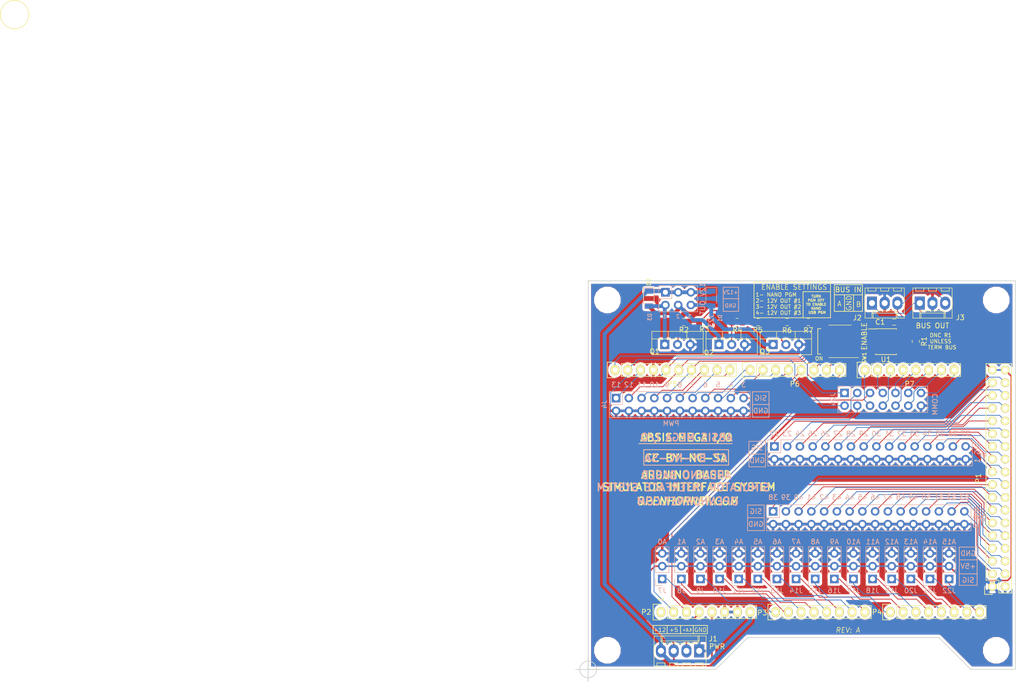
<source format=kicad_pcb>
(kicad_pcb (version 20171130) (host pcbnew "(5.0.0)")
  (title_block (title "ABSIS General I/O") (date 2017-12-24) (rev -) (company "F/A-18C SimPit") (comment 1 "John Steensen"))
  (layers (0 F.Cu signal) (31 B.Cu signal) (34 B.Paste user) (35 F.Paste user) (36 B.SilkS user) (37 F.SilkS user) (38 B.Mask user) (39 F.Mask user) (44 Edge.Cuts user))
  (net 0 "")
  (net 1 GND)
  (net 2 "/52(SCK)")
  (net 3 "/53(SS)")
  (net 4 "/50(MISO)")
  (net 5 "/51(MOSI)")
  (net 6 /48)
  (net 7 /49)
  (net 8 /46)
  (net 9 /47)
  (net 10 /44)
  (net 11 /45)
  (net 12 /42)
  (net 13 /43)
  (net 14 /40)
  (net 15 /41)
  (net 16 /38)
  (net 17 /39)
  (net 18 /36)
  (net 19 /37)
  (net 20 /34)
  (net 21 /35)
  (net 22 /32)
  (net 23 /33)
  (net 24 /30)
  (net 25 /31)
  (net 26 /28)
  (net 27 /29)
  (net 28 /26)
  (net 29 /27)
  (net 30 /24)
  (net 31 /25)
  (net 32 /22)
  (net 33 /23)
  (net 34 +5V)
  (net 35 /IOREF)
  (net 36 /Reset)
  (net 37 /A0)
  (net 38 /A1)
  (net 39 /A2)
  (net 40 /A3)
  (net 41 /A4)
  (net 42 /A5)
  (net 43 /A6)
  (net 44 /A7)
  (net 45 /A8)
  (net 46 /A9)
  (net 47 /A10)
  (net 48 /A11)
  (net 49 /A12)
  (net 50 /A13)
  (net 51 /A14)
  (net 52 /A15)
  (net 53 /SCL)
  (net 54 /SDA)
  (net 55 /AREF)
  (net 56 "/13(**)")
  (net 57 "/12(**)")
  (net 58 "/11(**)")
  (net 59 "/10(**)")
  (net 60 "/9(**)")
  (net 61 "/8(**)")
  (net 62 "/7(**)")
  (net 63 "/6(**)")
  (net 64 "/5(**)")
  (net 65 "/4(**)")
  (net 66 "/3(**)")
  (net 67 "/2(**)")
  (net 68 "/20(SDA)")
  (net 69 "/21(SCL)")
  (net 70 +3V3)
  (net 71 "/1(Tx0)")
  (net 72 "/0(Rx0)")
  (net 73 "/14(Tx3)")
  (net 74 "/15(Rx3)")
  (net 75 "/16(Tx2)")
  (net 76 "/17(Rx2)")
  (net 77 "/18(Tx1)")
  (net 78 "/19(Rx1)")
  (net 79 +12V)
  (net 80 "Net-(J2-Pad1)")
  (net 81 /RX_ENABLE)
  (net 82 "Net-(D1-Pad2)")
  (net 83 "Net-(D2-Pad2)")
  (net 84 "Net-(D3-Pad2)")
  (net 85 "Net-(J2-Pad3)")
  (net 86 "Net-(P2-Pad1)")
  (net 87 "Net-(Q1-Pad2)")
  (net 88 "Net-(Q2-Pad2)")
  (net 89 "Net-(Q3-Pad2)")
  (net 90 "Net-(R2-Pad1)")
  (net 91 "Net-(R4-Pad1)")
  (net 92 "Net-(R6-Pad1)")
  (module Connectors_Molex:Molex_KK-6410-04_04x2.54mm_Straight (layer F.Cu) (at 136.398 126.873 180)
    (fp_text reference J1 (at -2.794 2.413 180) (layer F.SilkS))
    (fp_text value PWR (at -3.556 0.889 180) (layer F.SilkS))
    (pad 1 thru_hole rect (at 0 0 180) (size 2 2.6) (drill 1.2) (layers *.Cu *.Mask) (net 1 GND))
    (pad 2 thru_hole oval (at 2.54 0 180) (size 2 2.6) (drill 1.2) (layers *.Cu *.Mask) (net 70 +3V3))
    (pad 3 thru_hole oval (at 5.08 0 180) (size 2 2.6) (drill 1.2) (layers *.Cu *.Mask) (net 34 +5V))
    (pad 4 thru_hole oval (at 7.62 0 180) (size 2 2.6) (drill 1.2) (layers *.Cu *.Mask) (net 79 +12V))
  )
  (module Capacitors_SMD:C_0603_HandSoldering (layer F.Cu) (at 175.25 61.306 180)
    (fp_text reference C1 (at 2.794 0 180) (layer F.SilkS))
    (fp_text value 0.1uF)
    (pad 1 smd rect (at -0.95 0 180) (size 1.2 0.75) (layers F.Cu F.Paste F.Mask) (net 34 +5V))
    (pad 2 smd rect (at 0.95 0 180) (size 1.2 0.75) (layers F.Cu F.Paste F.Mask) (net 1 GND))
  )
  (module Diodes_SMD:D_1206 (layer F.Cu) (at 126.365 56.618 270)
    (fp_text reference D2 (at -3.278 0 270) (layer F.SilkS) (effects (font (size 0.75 0.75))))
    (fp_text value 1N4001)
    (pad 1 smd rect (at -1.5 0 270) (size 1 1.6) (layers F.Cu F.Paste F.Mask) (net 79 +12V))
    (pad 2 smd rect (at 1.5 0 270) (size 1 1.6) (layers F.Cu F.Paste F.Mask) (net 83 "Net-(D2-Pad2)"))
  )
  (module Pin_Headers:Pin_Header_Straight_2x03_Pitch2.54mm (layer B.Cu) (at 129.667 55.372 270)
    (fp_text reference J23 (at 5.684 -9.133 270) (layer B.SilkS) (effects (justify mirror)))
    (fp_text value "12V OUT" (at 1.27 -7.41 270) (layer B.SilkS) (effects (justify mirror)))
    (pad 1 thru_hole rect (at 0 0 270) (size 1.7 1.7) (drill 1) (layers *.Cu *.Mask) (net 79 +12V))
    (pad 2 thru_hole oval (at 2.54 0 270) (size 1.7 1.7) (drill 1) (layers *.Cu *.Mask) (net 84 "Net-(D3-Pad2)"))
    (pad 3 thru_hole oval (at 0 -2.54 270) (size 1.7 1.7) (drill 1) (layers *.Cu *.Mask) (net 79 +12V))
    (pad 4 thru_hole oval (at 2.54 -2.54 270) (size 1.7 1.7) (drill 1) (layers *.Cu *.Mask) (net 83 "Net-(D2-Pad2)"))
    (pad 5 thru_hole oval (at 0 -5.08 270) (size 1.7 1.7) (drill 1) (layers *.Cu *.Mask) (net 79 +12V))
    (pad 6 thru_hole oval (at 2.54 -5.08 270) (size 1.7 1.7) (drill 1) (layers *.Cu *.Mask) (net 82 "Net-(D1-Pad2)"))
  )
  (module Diodes_SMD:D_1206 (layer B.Cu) (at 138.8 56.618 270)
    (fp_text reference D1 (at 3.938 -1.75 270) (layer B.SilkS) (effects (font (size 0.75 0.75)) (justify mirror)))
    (fp_text value 1N4001)
    (pad 1 smd rect (at -1.5 0 270) (size 1 1.6) (layers B.Cu B.Paste B.Mask) (net 79 +12V))
    (pad 2 smd rect (at 1.5 0 270) (size 1 1.6) (layers B.Cu B.Paste B.Mask) (net 82 "Net-(D1-Pad2)"))
  )
  (module Diodes_SMD:D_1206 (layer B.Cu) (at 126.365 56.642 270)
    (fp_text reference D3 (at 3.664 -0.185 270) (layer B.SilkS) (effects (font (size 0.75 0.75)) (justify mirror)))
    (fp_text value 1N4001)
    (pad 1 smd rect (at -1.5 0 270) (size 1 1.6) (layers B.Cu B.Paste B.Mask) (net 79 +12V))
    (pad 2 smd rect (at 1.5 0 270) (size 1 1.6) (layers B.Cu B.Paste B.Mask) (net 84 "Net-(D3-Pad2)"))
  )
  (module Mounting_Holes:MountingHole_4.3mm_M4 (layer F.Cu) (at 118.11 126.746)
    (fp_text reference MK1 hide)
    (fp_text value Mounting_Hole)
    (pad 1 np_thru_hole circle (at 0 0) (size 4.3 4.3) (drill 4.3) (layers *.Cu *.Mask))
  )
  (module Housings_SOIC:SOIC-8_3.9x4.9mm_Pitch1.27mm (layer F.Cu) (at 173.6 65.211)
    (fp_text reference U1 (at 0 3.556) (layer F.SilkS))
    (fp_text value MAX487EESA)
    (pad 1 smd rect (at -2.7 -1.905) (size 1.55 0.6) (layers F.Cu F.Paste F.Mask) (net 81 /RX_ENABLE))
    (pad 2 smd rect (at -2.7 -0.635) (size 1.55 0.6) (layers F.Cu F.Paste F.Mask) (net 67 "/2(**)"))
    (pad 3 smd rect (at -2.7 0.635) (size 1.55 0.6) (layers F.Cu F.Paste F.Mask) (net 67 "/2(**)"))
    (pad 4 smd rect (at -2.7 1.905) (size 1.55 0.6) (layers F.Cu F.Paste F.Mask) (net 71 "/1(Tx0)"))
    (pad 5 smd rect (at 2.7 1.905) (size 1.55 0.6) (layers F.Cu F.Paste F.Mask) (net 1 GND))
    (pad 6 smd rect (at 2.7 0.635) (size 1.55 0.6) (layers F.Cu F.Paste F.Mask) (net 80 "Net-(J2-Pad1)"))
    (pad 7 smd rect (at 2.7 -0.635) (size 1.55 0.6) (layers F.Cu F.Paste F.Mask) (net 85 "Net-(J2-Pad3)"))
    (pad 8 smd rect (at 2.7 -1.905) (size 1.55 0.6) (layers F.Cu F.Paste F.Mask) (net 34 +5V))
  )
  (module TO_SOT_Packages_THT:TO-220-3_Vertical (layer F.Cu) (at 140.335 65.786)
    (fp_text reference Q2 (at -2.032 1.651) (layer F.SilkS))
    (fp_text value Q_NMOS_DGS)
    (pad 1 thru_hole rect (at 0 0) (size 1.8 1.8) (drill 1) (layers *.Cu *.Mask) (net 83 "Net-(D2-Pad2)"))
    (pad 2 thru_hole oval (at 2.54 0) (size 1.8 1.8) (drill 1) (layers *.Cu *.Mask) (net 88 "Net-(Q2-Pad2)"))
    (pad 3 thru_hole oval (at 5.08 0) (size 1.8 1.8) (drill 1) (layers *.Cu *.Mask) (net 1 GND))
  )
  (module Socket_Arduino_Mega:Socket_Strip_Arduino_2x18 (layer F.Cu) (at 194.818 114.046 90)
    (fp_text reference P1 (at 21.59 -2.794 90) (layer F.SilkS))
    (fp_text value Digital)
    (pad 1 thru_hole circle (at 0 0 90) (size 1.7272 1.7272) (drill 1.016) (layers *.Cu *.Mask F.SilkS) (net 1 GND))
    (pad 2 thru_hole oval (at 0 2.54 90) (size 1.7272 1.7272) (drill 1.016) (layers *.Cu *.Mask F.SilkS) (net 1 GND))
    (pad 3 thru_hole oval (at 2.54 0 90) (size 1.7272 1.7272) (drill 1.016) (layers *.Cu *.Mask F.SilkS) (net 2 "/52(SCK)"))
    (pad 4 thru_hole oval (at 2.54 2.54 90) (size 1.7272 1.7272) (drill 1.016) (layers *.Cu *.Mask F.SilkS) (net 3 "/53(SS)"))
    (pad 5 thru_hole oval (at 5.08 0 90) (size 1.7272 1.7272) (drill 1.016) (layers *.Cu *.Mask F.SilkS) (net 4 "/50(MISO)"))
    (pad 6 thru_hole oval (at 5.08 2.54 90) (size 1.7272 1.7272) (drill 1.016) (layers *.Cu *.Mask F.SilkS) (net 5 "/51(MOSI)"))
    (pad 7 thru_hole oval (at 7.62 0 90) (size 1.7272 1.7272) (drill 1.016) (layers *.Cu *.Mask F.SilkS) (net 6 /48))
    (pad 8 thru_hole oval (at 7.62 2.54 90) (size 1.7272 1.7272) (drill 1.016) (layers *.Cu *.Mask F.SilkS) (net 7 /49))
    (pad 9 thru_hole oval (at 10.16 0 90) (size 1.7272 1.7272) (drill 1.016) (layers *.Cu *.Mask F.SilkS) (net 8 /46))
    (pad 10 thru_hole oval (at 10.16 2.54 90) (size 1.7272 1.7272) (drill 1.016) (layers *.Cu *.Mask F.SilkS) (net 9 /47))
    (pad 11 thru_hole oval (at 12.7 0 90) (size 1.7272 1.7272) (drill 1.016) (layers *.Cu *.Mask F.SilkS) (net 10 /44))
    (pad 12 thru_hole oval (at 12.7 2.54 90) (size 1.7272 1.7272) (drill 1.016) (layers *.Cu *.Mask F.SilkS) (net 11 /45))
    (pad 13 thru_hole oval (at 15.24 0 90) (size 1.7272 1.7272) (drill 1.016) (layers *.Cu *.Mask F.SilkS) (net 12 /42))
    (pad 14 thru_hole oval (at 15.24 2.54 90) (size 1.7272 1.7272) (drill 1.016) (layers *.Cu *.Mask F.SilkS) (net 13 /43))
    (pad 15 thru_hole oval (at 17.78 0 90) (size 1.7272 1.7272) (drill 1.016) (layers *.Cu *.Mask F.SilkS) (net 14 /40))
    (pad 16 thru_hole oval (at 17.78 2.54 90) (size 1.7272 1.7272) (drill 1.016) (layers *.Cu *.Mask F.SilkS) (net 15 /41))
    (pad 17 thru_hole oval (at 20.32 0 90) (size 1.7272 1.7272) (drill 1.016) (layers *.Cu *.Mask F.SilkS) (net 16 /38))
    (pad 18 thru_hole oval (at 20.32 2.54 90) (size 1.7272 1.7272) (drill 1.016) (layers *.Cu *.Mask F.SilkS) (net 17 /39))
    (pad 19 thru_hole oval (at 22.86 0 90) (size 1.7272 1.7272) (drill 1.016) (layers *.Cu *.Mask F.SilkS) (net 18 /36))
    (pad 20 thru_hole oval (at 22.86 2.54 90) (size 1.7272 1.7272) (drill 1.016) (layers *.Cu *.Mask F.SilkS) (net 19 /37))
    (pad 21 thru_hole oval (at 25.4 0 90) (size 1.7272 1.7272) (drill 1.016) (layers *.Cu *.Mask F.SilkS) (net 20 /34))
    (pad 22 thru_hole oval (at 25.4 2.54 90) (size 1.7272 1.7272) (drill 1.016) (layers *.Cu *.Mask F.SilkS) (net 21 /35))
    (pad 23 thru_hole oval (at 27.94 0 90) (size 1.7272 1.7272) (drill 1.016) (layers *.Cu *.Mask F.SilkS) (net 22 /32))
    (pad 24 thru_hole oval (at 27.94 2.54 90) (size 1.7272 1.7272) (drill 1.016) (layers *.Cu *.Mask F.SilkS) (net 23 /33))
    (pad 25 thru_hole oval (at 30.48 0 90) (size 1.7272 1.7272) (drill 1.016) (layers *.Cu *.Mask F.SilkS) (net 24 /30))
    (pad 26 thru_hole oval (at 30.48 2.54 90) (size 1.7272 1.7272) (drill 1.016) (layers *.Cu *.Mask F.SilkS) (net 25 /31))
    (pad 27 thru_hole oval (at 33.02 0 90) (size 1.7272 1.7272) (drill 1.016) (layers *.Cu *.Mask F.SilkS) (net 26 /28))
    (pad 28 thru_hole oval (at 33.02 2.54 90) (size 1.7272 1.7272) (drill 1.016) (layers *.Cu *.Mask F.SilkS) (net 27 /29))
    (pad 29 thru_hole oval (at 35.56 0 90) (size 1.7272 1.7272) (drill 1.016) (layers *.Cu *.Mask F.SilkS) (net 28 /26))
    (pad 30 thru_hole oval (at 35.56 2.54 90) (size 1.7272 1.7272) (drill 1.016) (layers *.Cu *.Mask F.SilkS) (net 29 /27))
    (pad 31 thru_hole oval (at 38.1 0 90) (size 1.7272 1.7272) (drill 1.016) (layers *.Cu *.Mask F.SilkS) (net 30 /24))
    (pad 32 thru_hole oval (at 38.1 2.54 90) (size 1.7272 1.7272) (drill 1.016) (layers *.Cu *.Mask F.SilkS) (net 31 /25))
    (pad 33 thru_hole oval (at 40.64 0 90) (size 1.7272 1.7272) (drill 1.016) (layers *.Cu *.Mask F.SilkS) (net 32 /22))
    (pad 34 thru_hole oval (at 40.64 2.54 90) (size 1.7272 1.7272) (drill 1.016) (layers *.Cu *.Mask F.SilkS) (net 33 /23))
    (pad 35 thru_hole oval (at 43.18 0 90) (size 1.7272 1.7272) (drill 1.016) (layers *.Cu *.Mask F.SilkS) (net 34 +5V))
    (pad 36 thru_hole oval (at 43.18 2.54 90) (size 1.7272 1.7272) (drill 1.016) (layers *.Cu *.Mask F.SilkS) (net 34 +5V))
  )
  (module Socket_Arduino_Mega:Socket_Strip_Arduino_1x08 (layer F.Cu) (at 128.778 119.126)
    (fp_text reference P2 (at -2.921 0) (layer F.SilkS))
    (fp_text value Power)
    (pad 1 thru_hole oval (at 0 0) (size 1.7272 2.032) (drill 1.016) (layers *.Cu *.Mask F.SilkS) (net 86 "Net-(P2-Pad1)"))
    (pad 2 thru_hole oval (at 2.54 0) (size 1.7272 2.032) (drill 1.016) (layers *.Cu *.Mask F.SilkS) (net 35 /IOREF))
    (pad 3 thru_hole oval (at 5.08 0) (size 1.7272 2.032) (drill 1.016) (layers *.Cu *.Mask F.SilkS) (net 36 /Reset))
    (pad 4 thru_hole oval (at 7.62 0) (size 1.7272 2.032) (drill 1.016) (layers *.Cu *.Mask F.SilkS) (net 70 +3V3))
    (pad 5 thru_hole oval (at 10.16 0) (size 1.7272 2.032) (drill 1.016) (layers *.Cu *.Mask F.SilkS) (net 34 +5V))
    (pad 6 thru_hole oval (at 12.7 0) (size 1.7272 2.032) (drill 1.016) (layers *.Cu *.Mask F.SilkS) (net 1 GND))
    (pad 7 thru_hole oval (at 15.24 0) (size 1.7272 2.032) (drill 1.016) (layers *.Cu *.Mask F.SilkS) (net 1 GND))
    (pad 8 thru_hole oval (at 17.78 0) (size 1.7272 2.032) (drill 1.016) (layers *.Cu *.Mask F.SilkS) (net 79 +12V))
  )
  (module Socket_Arduino_Mega:Socket_Strip_Arduino_1x08 (layer F.Cu) (at 151.638 119.126)
    (fp_text reference P3 (at -2.667 0.127) (layer F.SilkS))
    (fp_text value Analog)
    (pad 1 thru_hole oval (at 0 0) (size 1.7272 2.032) (drill 1.016) (layers *.Cu *.Mask F.SilkS) (net 37 /A0))
    (pad 2 thru_hole oval (at 2.54 0) (size 1.7272 2.032) (drill 1.016) (layers *.Cu *.Mask F.SilkS) (net 38 /A1))
    (pad 3 thru_hole oval (at 5.08 0) (size 1.7272 2.032) (drill 1.016) (layers *.Cu *.Mask F.SilkS) (net 39 /A2))
    (pad 4 thru_hole oval (at 7.62 0) (size 1.7272 2.032) (drill 1.016) (layers *.Cu *.Mask F.SilkS) (net 40 /A3))
    (pad 5 thru_hole oval (at 10.16 0) (size 1.7272 2.032) (drill 1.016) (layers *.Cu *.Mask F.SilkS) (net 41 /A4))
    (pad 6 thru_hole oval (at 12.7 0) (size 1.7272 2.032) (drill 1.016) (layers *.Cu *.Mask F.SilkS) (net 42 /A5))
    (pad 7 thru_hole oval (at 15.24 0) (size 1.7272 2.032) (drill 1.016) (layers *.Cu *.Mask F.SilkS) (net 43 /A6))
    (pad 8 thru_hole oval (at 17.78 0) (size 1.7272 2.032) (drill 1.016) (layers *.Cu *.Mask F.SilkS) (net 44 /A7))
  )
  (module Socket_Arduino_Mega:Socket_Strip_Arduino_1x08 (layer F.Cu) (at 174.498 119.126)
    (fp_text reference P4 (at -2.667 0) (layer F.SilkS))
    (fp_text value Analog)
    (pad 1 thru_hole oval (at 0 0) (size 1.7272 2.032) (drill 1.016) (layers *.Cu *.Mask F.SilkS) (net 45 /A8))
    (pad 2 thru_hole oval (at 2.54 0) (size 1.7272 2.032) (drill 1.016) (layers *.Cu *.Mask F.SilkS) (net 46 /A9))
    (pad 3 thru_hole oval (at 5.08 0) (size 1.7272 2.032) (drill 1.016) (layers *.Cu *.Mask F.SilkS) (net 47 /A10))
    (pad 4 thru_hole oval (at 7.62 0) (size 1.7272 2.032) (drill 1.016) (layers *.Cu *.Mask F.SilkS) (net 48 /A11))
    (pad 5 thru_hole oval (at 10.16 0) (size 1.7272 2.032) (drill 1.016) (layers *.Cu *.Mask F.SilkS) (net 49 /A12))
    (pad 6 thru_hole oval (at 12.7 0) (size 1.7272 2.032) (drill 1.016) (layers *.Cu *.Mask F.SilkS) (net 50 /A13))
    (pad 7 thru_hole oval (at 15.24 0) (size 1.7272 2.032) (drill 1.016) (layers *.Cu *.Mask F.SilkS) (net 51 /A14))
    (pad 8 thru_hole oval (at 17.78 0) (size 1.7272 2.032) (drill 1.016) (layers *.Cu *.Mask F.SilkS) (net 52 /A15))
  )
  (module Socket_Arduino_Mega:Socket_Strip_Arduino_1x10 (layer F.Cu) (at 119.634 70.866)
    (fp_text reference P5 (at 11.43 2.794) (layer F.SilkS))
    (fp_text value PWM)
    (pad 1 thru_hole oval (at 0 0) (size 1.7272 2.032) (drill 1.016) (layers *.Cu *.Mask F.SilkS) (net 53 /SCL))
    (pad 2 thru_hole oval (at 2.54 0) (size 1.7272 2.032) (drill 1.016) (layers *.Cu *.Mask F.SilkS) (net 54 /SDA))
    (pad 3 thru_hole oval (at 5.08 0) (size 1.7272 2.032) (drill 1.016) (layers *.Cu *.Mask F.SilkS) (net 55 /AREF))
    (pad 4 thru_hole oval (at 7.62 0) (size 1.7272 2.032) (drill 1.016) (layers *.Cu *.Mask F.SilkS) (net 1 GND))
    (pad 5 thru_hole oval (at 10.16 0) (size 1.7272 2.032) (drill 1.016) (layers *.Cu *.Mask F.SilkS) (net 56 "/13(**)"))
    (pad 6 thru_hole oval (at 12.7 0) (size 1.7272 2.032) (drill 1.016) (layers *.Cu *.Mask F.SilkS) (net 57 "/12(**)"))
    (pad 7 thru_hole oval (at 15.24 0) (size 1.7272 2.032) (drill 1.016) (layers *.Cu *.Mask F.SilkS) (net 58 "/11(**)"))
    (pad 8 thru_hole oval (at 17.78 0) (size 1.7272 2.032) (drill 1.016) (layers *.Cu *.Mask F.SilkS) (net 59 "/10(**)"))
    (pad 9 thru_hole oval (at 20.32 0) (size 1.7272 2.032) (drill 1.016) (layers *.Cu *.Mask F.SilkS) (net 60 "/9(**)"))
    (pad 10 thru_hole oval (at 22.86 0) (size 1.7272 2.032) (drill 1.016) (layers *.Cu *.Mask F.SilkS) (net 61 "/8(**)"))
  )
  (module Socket_Arduino_Mega:Socket_Strip_Arduino_1x08 (layer F.Cu) (at 146.558 70.866)
    (fp_text reference P6 (at 8.89 2.794) (layer F.SilkS))
    (fp_text value PWM)
    (pad 1 thru_hole oval (at 0 0) (size 1.7272 2.032) (drill 1.016) (layers *.Cu *.Mask F.SilkS) (net 62 "/7(**)"))
    (pad 2 thru_hole oval (at 2.54 0) (size 1.7272 2.032) (drill 1.016) (layers *.Cu *.Mask F.SilkS) (net 63 "/6(**)"))
    (pad 3 thru_hole oval (at 5.08 0) (size 1.7272 2.032) (drill 1.016) (layers *.Cu *.Mask F.SilkS) (net 64 "/5(**)"))
    (pad 4 thru_hole oval (at 7.62 0) (size 1.7272 2.032) (drill 1.016) (layers *.Cu *.Mask F.SilkS) (net 65 "/4(**)"))
    (pad 5 thru_hole oval (at 10.16 0) (size 1.7272 2.032) (drill 1.016) (layers *.Cu *.Mask F.SilkS) (net 66 "/3(**)"))
    (pad 6 thru_hole oval (at 12.7 0) (size 1.7272 2.032) (drill 1.016) (layers *.Cu *.Mask F.SilkS) (net 67 "/2(**)"))
    (pad 7 thru_hole oval (at 15.24 0) (size 1.7272 2.032) (drill 1.016) (layers *.Cu *.Mask F.SilkS) (net 71 "/1(Tx0)"))
    (pad 8 thru_hole oval (at 17.78 0) (size 1.7272 2.032) (drill 1.016) (layers *.Cu *.Mask F.SilkS) (net 72 "/0(Rx0)"))
  )
  (module Socket_Arduino_Mega:Socket_Strip_Arduino_1x08 (layer F.Cu) (at 169.418 70.866)
    (fp_text reference P7 (at 8.89 2.794) (layer F.SilkS))
    (fp_text value Communication)
    (pad 1 thru_hole oval (at 0 0) (size 1.7272 2.032) (drill 1.016) (layers *.Cu *.Mask F.SilkS) (net 73 "/14(Tx3)"))
    (pad 2 thru_hole oval (at 2.54 0) (size 1.7272 2.032) (drill 1.016) (layers *.Cu *.Mask F.SilkS) (net 74 "/15(Rx3)"))
    (pad 3 thru_hole oval (at 5.08 0) (size 1.7272 2.032) (drill 1.016) (layers *.Cu *.Mask F.SilkS) (net 75 "/16(Tx2)"))
    (pad 4 thru_hole oval (at 7.62 0) (size 1.7272 2.032) (drill 1.016) (layers *.Cu *.Mask F.SilkS) (net 76 "/17(Rx2)"))
    (pad 5 thru_hole oval (at 10.16 0) (size 1.7272 2.032) (drill 1.016) (layers *.Cu *.Mask F.SilkS) (net 77 "/18(Tx1)"))
    (pad 6 thru_hole oval (at 12.7 0) (size 1.7272 2.032) (drill 1.016) (layers *.Cu *.Mask F.SilkS) (net 78 "/19(Rx1)"))
    (pad 7 thru_hole oval (at 15.24 0) (size 1.7272 2.032) (drill 1.016) (layers *.Cu *.Mask F.SilkS) (net 68 "/20(SDA)"))
    (pad 8 thru_hole oval (at 17.78 0) (size 1.7272 2.032) (drill 1.016) (layers *.Cu *.Mask F.SilkS) (net 69 "/21(SCL)"))
  )
  (module Connectors_Molex:Molex_KK-6410-03_03x2.54mm_Straight (layer F.Cu) (at 170.815 57.531)
    (fp_text reference J2 (at -2.91084 2.92862) (layer F.SilkS))
    (fp_text value "BUS IN" (at -4.70916 -2.68224) (layer F.SilkS))
    (pad 1 thru_hole rect (at 0 0) (size 2 2.6) (drill 1.2) (layers *.Cu *.Mask) (net 80 "Net-(J2-Pad1)"))
    (pad 2 thru_hole oval (at 2.54 0) (size 2 2.6) (drill 1.2) (layers *.Cu *.Mask) (net 1 GND))
    (pad 3 thru_hole oval (at 5.08 0) (size 2 2.6) (drill 1.2) (layers *.Cu *.Mask) (net 85 "Net-(J2-Pad3)"))
  )
  (module Connectors_Molex:Molex_KK-6410-03_03x2.54mm_Straight (layer F.Cu) (at 180.34 57.531)
    (fp_text reference J3 (at 8.07212 2.8829) (layer F.SilkS))
    (fp_text value "BUS OUT" (at 2.54 4.5) (layer F.SilkS))
    (pad 1 thru_hole rect (at 0 0) (size 2 2.6) (drill 1.2) (layers *.Cu *.Mask) (net 80 "Net-(J2-Pad1)"))
    (pad 2 thru_hole oval (at 2.54 0) (size 2 2.6) (drill 1.2) (layers *.Cu *.Mask) (net 1 GND))
    (pad 3 thru_hole oval (at 5.08 0) (size 2 2.6) (drill 1.2) (layers *.Cu *.Mask) (net 85 "Net-(J2-Pad3)"))
  )
  (module Mounting_Holes:MountingHole_4.3mm_M4 (layer F.Cu) (at 195.58 126.746)
    (fp_text reference MK2 hide)
    (fp_text value Mounting_Hole)
    (pad 1 np_thru_hole circle (at 0 0) (size 4.3 4.3) (drill 4.3) (layers *.Cu *.Mask))
  )
  (module Mounting_Holes:MountingHole_4.3mm_M4 (layer F.Cu) (at 118.11 56.896)
    (fp_text reference MK3 hide)
    (fp_text value Mounting_Hole)
    (pad 1 np_thru_hole circle (at 0 0) (size 4.3 4.3) (drill 4.3) (layers *.Cu *.Mask))
  )
  (module Mounting_Holes:MountingHole_4.3mm_M4 (layer F.Cu) (at 195.58 56.896)
    (fp_text reference MK4 hide)
    (fp_text value Mounting_Hole)
    (pad 1 np_thru_hole circle (at 0 0) (size 4.3 4.3) (drill 4.3) (layers *.Cu *.Mask))
  )
  (module TO_SOT_Packages_THT:TO-220-3_Vertical (layer F.Cu) (at 129.54 65.786)
    (fp_text reference Q1 (at -2.032 1.397) (layer F.SilkS))
    (fp_text value Q_NMOS_DGS)
    (pad 1 thru_hole rect (at 0 0) (size 1.8 1.8) (drill 1) (layers *.Cu *.Mask) (net 84 "Net-(D3-Pad2)"))
    (pad 2 thru_hole oval (at 2.54 0) (size 1.8 1.8) (drill 1) (layers *.Cu *.Mask) (net 87 "Net-(Q1-Pad2)"))
    (pad 3 thru_hole oval (at 5.08 0) (size 1.8 1.8) (drill 1) (layers *.Cu *.Mask) (net 1 GND))
  )
  (module TO_SOT_Packages_THT:TO-220-3_Vertical (layer F.Cu) (at 151.13 65.786)
    (fp_text reference Q3 (at -1.651 1.397) (layer F.SilkS))
    (fp_text value Q_NMOS_DGS)
    (pad 1 thru_hole rect (at 0 0) (size 1.8 1.8) (drill 1) (layers *.Cu *.Mask) (net 82 "Net-(D1-Pad2)"))
    (pad 2 thru_hole oval (at 2.54 0) (size 1.8 1.8) (drill 1) (layers *.Cu *.Mask) (net 89 "Net-(Q3-Pad2)"))
    (pad 3 thru_hole oval (at 5.08 0) (size 1.8 1.8) (drill 1) (layers *.Cu *.Mask) (net 1 GND))
  )
  (module Buttons_Switches_SMD:SW_DIP_x4_W6.15mm_Slide_Omron_A6H (layer F.Cu) (at 164.465 65.151 180)
    (fp_text reference SW1 (at -4.826 -3.302 270) (layer F.SilkS) (effects (font (size 0.75 0.75))))
    (fp_text value ENABLE (at -4.826 1.016 270) (layer F.SilkS))
    (pad 1 smd rect (at -3.075 -1.905 180) (size 1.25 0.76) (layers F.Cu F.Paste F.Mask) (net 81 /RX_ENABLE))
    (pad 5 smd rect (at 3.075 1.905 180) (size 1.25 0.76) (layers F.Cu F.Paste F.Mask) (net 56 "/13(**)"))
    (pad 2 smd rect (at -3.075 -0.635 180) (size 1.25 0.76) (layers F.Cu F.Paste F.Mask) (net 90 "Net-(R2-Pad1)"))
    (pad 6 smd rect (at 3.075 0.635 180) (size 1.25 0.76) (layers F.Cu F.Paste F.Mask) (net 57 "/12(**)"))
    (pad 3 smd rect (at -3.075 0.635 180) (size 1.25 0.76) (layers F.Cu F.Paste F.Mask) (net 91 "Net-(R4-Pad1)"))
    (pad 7 smd rect (at 3.075 -0.635 180) (size 1.25 0.76) (layers F.Cu F.Paste F.Mask) (net 58 "/11(**)"))
    (pad 4 smd rect (at -3.075 1.905 180) (size 1.25 0.76) (layers F.Cu F.Paste F.Mask) (net 92 "Net-(R6-Pad1)"))
    (pad 8 smd rect (at 3.075 -1.905 180) (size 1.25 0.76) (layers F.Cu F.Paste F.Mask) (net 72 "/0(Rx0)"))
  )
  (module Pin_Headers:Pin_Header_Straight_2x11_Pitch2.54mm (layer B.Cu) (at 119.84 76.47 270)
    (fp_text reference J4 (at 1.27 2.33 270) (layer B.SilkS) (effects (justify mirror)))
    (fp_text value PWM (at 5.064 -10.97) (layer B.SilkS) (effects (justify mirror)))
    (pad 1 thru_hole rect (at 0 0 270) (size 1.7 1.7) (drill 1) (layers *.Cu *.Mask) (net 56 "/13(**)"))
    (pad 2 thru_hole oval (at 2.54 0 270) (size 1.7 1.7) (drill 1) (layers *.Cu *.Mask) (net 1 GND))
    (pad 3 thru_hole oval (at 0 -2.54 270) (size 1.7 1.7) (drill 1) (layers *.Cu *.Mask) (net 57 "/12(**)"))
    (pad 4 thru_hole oval (at 2.54 -2.54 270) (size 1.7 1.7) (drill 1) (layers *.Cu *.Mask) (net 1 GND))
    (pad 5 thru_hole oval (at 0 -5.08 270) (size 1.7 1.7) (drill 1) (layers *.Cu *.Mask) (net 58 "/11(**)"))
    (pad 6 thru_hole oval (at 2.54 -5.08 270) (size 1.7 1.7) (drill 1) (layers *.Cu *.Mask) (net 1 GND))
    (pad 7 thru_hole oval (at 0 -7.62 270) (size 1.7 1.7) (drill 1) (layers *.Cu *.Mask) (net 59 "/10(**)"))
    (pad 8 thru_hole oval (at 2.54 -7.62 270) (size 1.7 1.7) (drill 1) (layers *.Cu *.Mask) (net 1 GND))
    (pad 9 thru_hole oval (at 0 -10.16 270) (size 1.7 1.7) (drill 1) (layers *.Cu *.Mask) (net 60 "/9(**)"))
    (pad 10 thru_hole oval (at 2.54 -10.16 270) (size 1.7 1.7) (drill 1) (layers *.Cu *.Mask) (net 1 GND))
    (pad 11 thru_hole oval (at 0 -12.7 270) (size 1.7 1.7) (drill 1) (layers *.Cu *.Mask) (net 61 "/8(**)"))
    (pad 12 thru_hole oval (at 2.54 -12.7 270) (size 1.7 1.7) (drill 1) (layers *.Cu *.Mask) (net 1 GND))
    (pad 13 thru_hole oval (at 0 -15.24 270) (size 1.7 1.7) (drill 1) (layers *.Cu *.Mask) (net 62 "/7(**)"))
    (pad 14 thru_hole oval (at 2.54 -15.24 270) (size 1.7 1.7) (drill 1) (layers *.Cu *.Mask) (net 1 GND))
    (pad 15 thru_hole oval (at 0 -17.78 270) (size 1.7 1.7) (drill 1) (layers *.Cu *.Mask) (net 63 "/6(**)"))
    (pad 16 thru_hole oval (at 2.54 -17.78 270) (size 1.7 1.7) (drill 1) (layers *.Cu *.Mask) (net 1 GND))
    (pad 17 thru_hole oval (at 0 -20.32 270) (size 1.7 1.7) (drill 1) (layers *.Cu *.Mask) (net 64 "/5(**)"))
    (pad 18 thru_hole oval (at 2.54 -20.32 270) (size 1.7 1.7) (drill 1) (layers *.Cu *.Mask) (net 1 GND))
    (pad 19 thru_hole oval (at 0 -22.86 270) (size 1.7 1.7) (drill 1) (layers *.Cu *.Mask) (net 65 "/4(**)"))
    (pad 20 thru_hole oval (at 2.54 -22.86 270) (size 1.7 1.7) (drill 1) (layers *.Cu *.Mask) (net 1 GND))
    (pad 21 thru_hole oval (at 0 -25.4 270) (size 1.7 1.7) (drill 1) (layers *.Cu *.Mask) (net 66 "/3(**)"))
    (pad 22 thru_hole oval (at 2.54 -25.4 270) (size 1.7 1.7) (drill 1) (layers *.Cu *.Mask) (net 1 GND))
  )
  (module Pin_Headers:Pin_Header_Straight_2x16_Pitch2.54mm (layer B.Cu) (at 151.384 86.106 270)
    (fp_text reference J5 (at 1.27 -41.656 270) (layer B.SilkS) (effects (justify mirror)))
    (fp_text value "DIG 1" (at 1.27 -40.43 270) (layer B.SilkS) (effects (justify mirror)))
    (pad 1 thru_hole rect (at 0 0 270) (size 1.7 1.7) (drill 1) (layers *.Cu *.Mask) (net 32 /22))
    (pad 2 thru_hole oval (at 2.54 0 270) (size 1.7 1.7) (drill 1) (layers *.Cu *.Mask) (net 1 GND))
    (pad 3 thru_hole oval (at 0 -2.54 270) (size 1.7 1.7) (drill 1) (layers *.Cu *.Mask) (net 33 /23))
    (pad 4 thru_hole oval (at 2.54 -2.54 270) (size 1.7 1.7) (drill 1) (layers *.Cu *.Mask) (net 1 GND))
    (pad 5 thru_hole oval (at 0 -5.08 270) (size 1.7 1.7) (drill 1) (layers *.Cu *.Mask) (net 30 /24))
    (pad 6 thru_hole oval (at 2.54 -5.08 270) (size 1.7 1.7) (drill 1) (layers *.Cu *.Mask) (net 1 GND))
    (pad 7 thru_hole oval (at 0 -7.62 270) (size 1.7 1.7) (drill 1) (layers *.Cu *.Mask) (net 31 /25))
    (pad 8 thru_hole oval (at 2.54 -7.62 270) (size 1.7 1.7) (drill 1) (layers *.Cu *.Mask) (net 1 GND))
    (pad 9 thru_hole oval (at 0 -10.16 270) (size 1.7 1.7) (drill 1) (layers *.Cu *.Mask) (net 28 /26))
    (pad 10 thru_hole oval (at 2.54 -10.16 270) (size 1.7 1.7) (drill 1) (layers *.Cu *.Mask) (net 1 GND))
    (pad 11 thru_hole oval (at 0 -12.7 270) (size 1.7 1.7) (drill 1) (layers *.Cu *.Mask) (net 29 /27))
    (pad 12 thru_hole oval (at 2.54 -12.7 270) (size 1.7 1.7) (drill 1) (layers *.Cu *.Mask) (net 1 GND))
    (pad 13 thru_hole oval (at 0 -15.24 270) (size 1.7 1.7) (drill 1) (layers *.Cu *.Mask) (net 26 /28))
    (pad 14 thru_hole oval (at 2.54 -15.24 270) (size 1.7 1.7) (drill 1) (layers *.Cu *.Mask) (net 1 GND))
    (pad 15 thru_hole oval (at 0 -17.78 270) (size 1.7 1.7) (drill 1) (layers *.Cu *.Mask) (net 27 /29))
    (pad 16 thru_hole oval (at 2.54 -17.78 270) (size 1.7 1.7) (drill 1) (layers *.Cu *.Mask) (net 1 GND))
    (pad 17 thru_hole oval (at 0 -20.32 270) (size 1.7 1.7) (drill 1) (layers *.Cu *.Mask) (net 24 /30))
    (pad 18 thru_hole oval (at 2.54 -20.32 270) (size 1.7 1.7) (drill 1) (layers *.Cu *.Mask) (net 1 GND))
    (pad 19 thru_hole oval (at 0 -22.86 270) (size 1.7 1.7) (drill 1) (layers *.Cu *.Mask) (net 25 /31))
    (pad 20 thru_hole oval (at 2.54 -22.86 270) (size 1.7 1.7) (drill 1) (layers *.Cu *.Mask) (net 1 GND))
    (pad 21 thru_hole oval (at 0 -25.4 270) (size 1.7 1.7) (drill 1) (layers *.Cu *.Mask) (net 22 /32))
    (pad 22 thru_hole oval (at 2.54 -25.4 270) (size 1.7 1.7) (drill 1) (layers *.Cu *.Mask) (net 1 GND))
    (pad 23 thru_hole oval (at 0 -27.94 270) (size 1.7 1.7) (drill 1) (layers *.Cu *.Mask) (net 23 /33))
    (pad 24 thru_hole oval (at 2.54 -27.94 270) (size 1.7 1.7) (drill 1) (layers *.Cu *.Mask) (net 1 GND))
    (pad 25 thru_hole oval (at 0 -30.48 270) (size 1.7 1.7) (drill 1) (layers *.Cu *.Mask) (net 20 /34))
    (pad 26 thru_hole oval (at 2.54 -30.48 270) (size 1.7 1.7) (drill 1) (layers *.Cu *.Mask) (net 1 GND))
    (pad 27 thru_hole oval (at 0 -33.02 270) (size 1.7 1.7) (drill 1) (layers *.Cu *.Mask) (net 21 /35))
    (pad 28 thru_hole oval (at 2.54 -33.02 270) (size 1.7 1.7) (drill 1) (layers *.Cu *.Mask) (net 1 GND))
    (pad 29 thru_hole oval (at 0 -35.56 270) (size 1.7 1.7) (drill 1) (layers *.Cu *.Mask) (net 18 /36))
    (pad 30 thru_hole oval (at 2.54 -35.56 270) (size 1.7 1.7) (drill 1) (layers *.Cu *.Mask) (net 1 GND))
    (pad 31 thru_hole oval (at 0 -38.1 270) (size 1.7 1.7) (drill 1) (layers *.Cu *.Mask) (net 19 /37))
    (pad 32 thru_hole oval (at 2.54 -38.1 270) (size 1.7 1.7) (drill 1) (layers *.Cu *.Mask) (net 1 GND))
  )
  (module Pin_Headers:Pin_Header_Straight_2x16_Pitch2.54mm (layer B.Cu) (at 151.13 99.06 270)
    (fp_text reference J6 (at 1.27 -41.656 270) (layer B.SilkS) (effects (justify mirror)))
    (fp_text value "DIG 2" (at 1.27 -40.43 270) (layer B.SilkS) (effects (justify mirror)))
    (pad 1 thru_hole rect (at 0 0 270) (size 1.7 1.7) (drill 1) (layers *.Cu *.Mask) (net 16 /38))
    (pad 2 thru_hole oval (at 2.54 0 270) (size 1.7 1.7) (drill 1) (layers *.Cu *.Mask) (net 1 GND))
    (pad 3 thru_hole oval (at 0 -2.54 270) (size 1.7 1.7) (drill 1) (layers *.Cu *.Mask) (net 17 /39))
    (pad 4 thru_hole oval (at 2.54 -2.54 270) (size 1.7 1.7) (drill 1) (layers *.Cu *.Mask) (net 1 GND))
    (pad 5 thru_hole oval (at 0 -5.08 270) (size 1.7 1.7) (drill 1) (layers *.Cu *.Mask) (net 14 /40))
    (pad 6 thru_hole oval (at 2.54 -5.08 270) (size 1.7 1.7) (drill 1) (layers *.Cu *.Mask) (net 1 GND))
    (pad 7 thru_hole oval (at 0 -7.62 270) (size 1.7 1.7) (drill 1) (layers *.Cu *.Mask) (net 15 /41))
    (pad 8 thru_hole oval (at 2.54 -7.62 270) (size 1.7 1.7) (drill 1) (layers *.Cu *.Mask) (net 1 GND))
    (pad 9 thru_hole oval (at 0 -10.16 270) (size 1.7 1.7) (drill 1) (layers *.Cu *.Mask) (net 12 /42))
    (pad 10 thru_hole oval (at 2.54 -10.16 270) (size 1.7 1.7) (drill 1) (layers *.Cu *.Mask) (net 1 GND))
    (pad 11 thru_hole oval (at 0 -12.7 270) (size 1.7 1.7) (drill 1) (layers *.Cu *.Mask) (net 13 /43))
    (pad 12 thru_hole oval (at 2.54 -12.7 270) (size 1.7 1.7) (drill 1) (layers *.Cu *.Mask) (net 1 GND))
    (pad 13 thru_hole oval (at 0 -15.24 270) (size 1.7 1.7) (drill 1) (layers *.Cu *.Mask) (net 10 /44))
    (pad 14 thru_hole oval (at 2.54 -15.24 270) (size 1.7 1.7) (drill 1) (layers *.Cu *.Mask) (net 1 GND))
    (pad 15 thru_hole oval (at 0 -17.78 270) (size 1.7 1.7) (drill 1) (layers *.Cu *.Mask) (net 11 /45))
    (pad 16 thru_hole oval (at 2.54 -17.78 270) (size 1.7 1.7) (drill 1) (layers *.Cu *.Mask) (net 1 GND))
    (pad 17 thru_hole oval (at 0 -20.32 270) (size 1.7 1.7) (drill 1) (layers *.Cu *.Mask) (net 8 /46))
    (pad 18 thru_hole oval (at 2.54 -20.32 270) (size 1.7 1.7) (drill 1) (layers *.Cu *.Mask) (net 1 GND))
    (pad 19 thru_hole oval (at 0 -22.86 270) (size 1.7 1.7) (drill 1) (layers *.Cu *.Mask) (net 9 /47))
    (pad 20 thru_hole oval (at 2.54 -22.86 270) (size 1.7 1.7) (drill 1) (layers *.Cu *.Mask) (net 1 GND))
    (pad 21 thru_hole oval (at 0 -25.4 270) (size 1.7 1.7) (drill 1) (layers *.Cu *.Mask) (net 6 /48))
    (pad 22 thru_hole oval (at 2.54 -25.4 270) (size 1.7 1.7) (drill 1) (layers *.Cu *.Mask) (net 1 GND))
    (pad 23 thru_hole oval (at 0 -27.94 270) (size 1.7 1.7) (drill 1) (layers *.Cu *.Mask) (net 7 /49))
    (pad 24 thru_hole oval (at 2.54 -27.94 270) (size 1.7 1.7) (drill 1) (layers *.Cu *.Mask) (net 1 GND))
    (pad 25 thru_hole oval (at 0 -30.48 270) (size 1.7 1.7) (drill 1) (layers *.Cu *.Mask) (net 4 "/50(MISO)"))
    (pad 26 thru_hole oval (at 2.54 -30.48 270) (size 1.7 1.7) (drill 1) (layers *.Cu *.Mask) (net 1 GND))
    (pad 27 thru_hole oval (at 0 -33.02 270) (size 1.7 1.7) (drill 1) (layers *.Cu *.Mask) (net 5 "/51(MOSI)"))
    (pad 28 thru_hole oval (at 2.54 -33.02 270) (size 1.7 1.7) (drill 1) (layers *.Cu *.Mask) (net 1 GND))
    (pad 29 thru_hole oval (at 0 -35.56 270) (size 1.7 1.7) (drill 1) (layers *.Cu *.Mask) (net 2 "/52(SCK)"))
    (pad 30 thru_hole oval (at 2.54 -35.56 270) (size 1.7 1.7) (drill 1) (layers *.Cu *.Mask) (net 1 GND))
    (pad 31 thru_hole oval (at 0 -38.1 270) (size 1.7 1.7) (drill 1) (layers *.Cu *.Mask) (net 3 "/53(SS)"))
    (pad 32 thru_hole oval (at 2.54 -38.1 270) (size 1.7 1.7) (drill 1) (layers *.Cu *.Mask) (net 1 GND))
  )
  (module Pin_Headers:Pin_Header_Straight_1x03_Pitch2.54mm (layer B.Cu) (at 129.032 112.522)
    (fp_text reference J7 (at 0 2.33) (layer B.SilkS) (effects (justify mirror)))
    (fp_text value A0 (at 0 -7.41) (layer B.SilkS) (effects (justify mirror)))
    (pad 1 thru_hole rect (at 0 0) (size 1.7 1.7) (drill 1) (layers *.Cu *.Mask) (net 37 /A0))
    (pad 2 thru_hole oval (at 0 -2.54) (size 1.7 1.7) (drill 1) (layers *.Cu *.Mask) (net 34 +5V))
    (pad 3 thru_hole oval (at 0 -5.08) (size 1.7 1.7) (drill 1) (layers *.Cu *.Mask) (net 1 GND))
  )
  (module Pin_Headers:Pin_Header_Straight_1x03_Pitch2.54mm (layer B.Cu) (at 132.842 112.522)
    (fp_text reference J8 (at 0 2.33) (layer B.SilkS) (effects (justify mirror)))
    (fp_text value A1 (at 0 -7.41) (layer B.SilkS) (effects (justify mirror)))
    (pad 1 thru_hole rect (at 0 0) (size 1.7 1.7) (drill 1) (layers *.Cu *.Mask) (net 38 /A1))
    (pad 2 thru_hole oval (at 0 -2.54) (size 1.7 1.7) (drill 1) (layers *.Cu *.Mask) (net 34 +5V))
    (pad 3 thru_hole oval (at 0 -5.08) (size 1.7 1.7) (drill 1) (layers *.Cu *.Mask) (net 1 GND))
  )
  (module Pin_Headers:Pin_Header_Straight_1x03_Pitch2.54mm (layer B.Cu) (at 136.652 112.522)
    (fp_text reference J9 (at 0 2.33) (layer B.SilkS) (effects (justify mirror)))
    (fp_text value A2 (at 0 -7.41) (layer B.SilkS) (effects (justify mirror)))
    (pad 1 thru_hole rect (at 0 0) (size 1.7 1.7) (drill 1) (layers *.Cu *.Mask) (net 39 /A2))
    (pad 2 thru_hole oval (at 0 -2.54) (size 1.7 1.7) (drill 1) (layers *.Cu *.Mask) (net 34 +5V))
    (pad 3 thru_hole oval (at 0 -5.08) (size 1.7 1.7) (drill 1) (layers *.Cu *.Mask) (net 1 GND))
  )
  (module Pin_Headers:Pin_Header_Straight_1x03_Pitch2.54mm (layer B.Cu) (at 140.462 112.522)
    (fp_text reference J10 (at 0 2.33) (layer B.SilkS) (effects (justify mirror)))
    (fp_text value A3 (at 0 -7.41) (layer B.SilkS) (effects (justify mirror)))
    (pad 1 thru_hole rect (at 0 0) (size 1.7 1.7) (drill 1) (layers *.Cu *.Mask) (net 40 /A3))
    (pad 2 thru_hole oval (at 0 -2.54) (size 1.7 1.7) (drill 1) (layers *.Cu *.Mask) (net 34 +5V))
    (pad 3 thru_hole oval (at 0 -5.08) (size 1.7 1.7) (drill 1) (layers *.Cu *.Mask) (net 1 GND))
  )
  (module Pin_Headers:Pin_Header_Straight_1x03_Pitch2.54mm (layer B.Cu) (at 144.272 112.522)
    (fp_text reference J11 (at 0 2.33) (layer B.SilkS) (effects (justify mirror)))
    (fp_text value A4 (at 0 -7.41) (layer B.SilkS) (effects (justify mirror)))
    (pad 1 thru_hole rect (at 0 0) (size 1.7 1.7) (drill 1) (layers *.Cu *.Mask) (net 41 /A4))
    (pad 2 thru_hole oval (at 0 -2.54) (size 1.7 1.7) (drill 1) (layers *.Cu *.Mask) (net 34 +5V))
    (pad 3 thru_hole oval (at 0 -5.08) (size 1.7 1.7) (drill 1) (layers *.Cu *.Mask) (net 1 GND))
  )
  (module Pin_Headers:Pin_Header_Straight_1x03_Pitch2.54mm (layer B.Cu) (at 148.082 112.522)
    (fp_text reference J12 (at 0 2.33) (layer B.SilkS) (effects (justify mirror)))
    (fp_text value A5 (at 0 -7.41) (layer B.SilkS) (effects (justify mirror)))
    (pad 1 thru_hole rect (at 0 0) (size 1.7 1.7) (drill 1) (layers *.Cu *.Mask) (net 42 /A5))
    (pad 2 thru_hole oval (at 0 -2.54) (size 1.7 1.7) (drill 1) (layers *.Cu *.Mask) (net 34 +5V))
    (pad 3 thru_hole oval (at 0 -5.08) (size 1.7 1.7) (drill 1) (layers *.Cu *.Mask) (net 1 GND))
  )
  (module Pin_Headers:Pin_Header_Straight_1x03_Pitch2.54mm (layer B.Cu) (at 151.892 112.522)
    (fp_text reference J13 (at 0 2.33) (layer B.SilkS) (effects (justify mirror)))
    (fp_text value A6 (at 0 -7.41) (layer B.SilkS) (effects (justify mirror)))
    (pad 1 thru_hole rect (at 0 0) (size 1.7 1.7) (drill 1) (layers *.Cu *.Mask) (net 43 /A6))
    (pad 2 thru_hole oval (at 0 -2.54) (size 1.7 1.7) (drill 1) (layers *.Cu *.Mask) (net 34 +5V))
    (pad 3 thru_hole oval (at 0 -5.08) (size 1.7 1.7) (drill 1) (layers *.Cu *.Mask) (net 1 GND))
  )
  (module Pin_Headers:Pin_Header_Straight_1x03_Pitch2.54mm (layer B.Cu) (at 155.702 112.522)
    (fp_text reference J14 (at 0 2.33) (layer B.SilkS) (effects (justify mirror)))
    (fp_text value A7 (at 0 -7.41) (layer B.SilkS) (effects (justify mirror)))
    (pad 1 thru_hole rect (at 0 0) (size 1.7 1.7) (drill 1) (layers *.Cu *.Mask) (net 44 /A7))
    (pad 2 thru_hole oval (at 0 -2.54) (size 1.7 1.7) (drill 1) (layers *.Cu *.Mask) (net 34 +5V))
    (pad 3 thru_hole oval (at 0 -5.08) (size 1.7 1.7) (drill 1) (layers *.Cu *.Mask) (net 1 GND))
  )
  (module Pin_Headers:Pin_Header_Straight_1x03_Pitch2.54mm (layer B.Cu) (at 159.512 112.522)
    (fp_text reference J15 (at 0 2.33) (layer B.SilkS) (effects (justify mirror)))
    (fp_text value A8 (at 0 -7.41) (layer B.SilkS) (effects (justify mirror)))
    (pad 1 thru_hole rect (at 0 0) (size 1.7 1.7) (drill 1) (layers *.Cu *.Mask) (net 45 /A8))
    (pad 2 thru_hole oval (at 0 -2.54) (size 1.7 1.7) (drill 1) (layers *.Cu *.Mask) (net 34 +5V))
    (pad 3 thru_hole oval (at 0 -5.08) (size 1.7 1.7) (drill 1) (layers *.Cu *.Mask) (net 1 GND))
  )
  (module Pin_Headers:Pin_Header_Straight_1x03_Pitch2.54mm (layer B.Cu) (at 163.322 112.522)
    (fp_text reference J16 (at 0 2.33) (layer B.SilkS) (effects (justify mirror)))
    (fp_text value A9 (at 0 -7.41) (layer B.SilkS) (effects (justify mirror)))
    (pad 1 thru_hole rect (at 0 0) (size 1.7 1.7) (drill 1) (layers *.Cu *.Mask) (net 46 /A9))
    (pad 2 thru_hole oval (at 0 -2.54) (size 1.7 1.7) (drill 1) (layers *.Cu *.Mask) (net 34 +5V))
    (pad 3 thru_hole oval (at 0 -5.08) (size 1.7 1.7) (drill 1) (layers *.Cu *.Mask) (net 1 GND))
  )
  (module Pin_Headers:Pin_Header_Straight_1x03_Pitch2.54mm (layer B.Cu) (at 167.132 112.522)
    (fp_text reference J17 (at 0 2.33) (layer B.SilkS) (effects (justify mirror)))
    (fp_text value A10 (at 0 -7.41) (layer B.SilkS) (effects (justify mirror)))
    (pad 1 thru_hole rect (at 0 0) (size 1.7 1.7) (drill 1) (layers *.Cu *.Mask) (net 47 /A10))
    (pad 2 thru_hole oval (at 0 -2.54) (size 1.7 1.7) (drill 1) (layers *.Cu *.Mask) (net 34 +5V))
    (pad 3 thru_hole oval (at 0 -5.08) (size 1.7 1.7) (drill 1) (layers *.Cu *.Mask) (net 1 GND))
  )
  (module Pin_Headers:Pin_Header_Straight_1x03_Pitch2.54mm (layer B.Cu) (at 170.942 112.522)
    (fp_text reference J18 (at 0 2.33) (layer B.SilkS) (effects (justify mirror)))
    (fp_text value A11 (at 0 -7.41) (layer B.SilkS) (effects (justify mirror)))
    (pad 1 thru_hole rect (at 0 0) (size 1.7 1.7) (drill 1) (layers *.Cu *.Mask) (net 48 /A11))
    (pad 2 thru_hole oval (at 0 -2.54) (size 1.7 1.7) (drill 1) (layers *.Cu *.Mask) (net 34 +5V))
    (pad 3 thru_hole oval (at 0 -5.08) (size 1.7 1.7) (drill 1) (layers *.Cu *.Mask) (net 1 GND))
  )
  (module Pin_Headers:Pin_Header_Straight_1x03_Pitch2.54mm (layer B.Cu) (at 174.752 112.522)
    (fp_text reference J19 (at 0 2.33) (layer B.SilkS) (effects (justify mirror)))
    (fp_text value A12 (at 0 -7.41) (layer B.SilkS) (effects (justify mirror)))
    (pad 1 thru_hole rect (at 0 0) (size 1.7 1.7) (drill 1) (layers *.Cu *.Mask) (net 49 /A12))
    (pad 2 thru_hole oval (at 0 -2.54) (size 1.7 1.7) (drill 1) (layers *.Cu *.Mask) (net 34 +5V))
    (pad 3 thru_hole oval (at 0 -5.08) (size 1.7 1.7) (drill 1) (layers *.Cu *.Mask) (net 1 GND))
  )
  (module Pin_Headers:Pin_Header_Straight_1x03_Pitch2.54mm (layer B.Cu) (at 178.562 112.522)
    (fp_text reference J20 (at 0 2.33) (layer B.SilkS) (effects (justify mirror)))
    (fp_text value A13 (at 0 -7.41) (layer B.SilkS) (effects (justify mirror)))
    (pad 1 thru_hole rect (at 0 0) (size 1.7 1.7) (drill 1) (layers *.Cu *.Mask) (net 50 /A13))
    (pad 2 thru_hole oval (at 0 -2.54) (size 1.7 1.7) (drill 1) (layers *.Cu *.Mask) (net 34 +5V))
    (pad 3 thru_hole oval (at 0 -5.08) (size 1.7 1.7) (drill 1) (layers *.Cu *.Mask) (net 1 GND))
  )
  (module Pin_Headers:Pin_Header_Straight_1x03_Pitch2.54mm (layer B.Cu) (at 182.372 112.522)
    (fp_text reference J21 (at 0 2.33) (layer B.SilkS) (effects (justify mirror)))
    (fp_text value A14 (at 0 -7.41) (layer B.SilkS) (effects (justify mirror)))
    (pad 1 thru_hole rect (at 0 0) (size 1.7 1.7) (drill 1) (layers *.Cu *.Mask) (net 51 /A14))
    (pad 2 thru_hole oval (at 0 -2.54) (size 1.7 1.7) (drill 1) (layers *.Cu *.Mask) (net 34 +5V))
    (pad 3 thru_hole oval (at 0 -5.08) (size 1.7 1.7) (drill 1) (layers *.Cu *.Mask) (net 1 GND))
  )
  (module Pin_Headers:Pin_Header_Straight_1x03_Pitch2.54mm (layer B.Cu) (at 186.182 112.522)
    (fp_text reference J22 (at 0 2.33) (layer B.SilkS) (effects (justify mirror)))
    (fp_text value A15 (at 0 -7.41) (layer B.SilkS) (effects (justify mirror)))
    (pad 1 thru_hole rect (at 0 0) (size 1.7 1.7) (drill 1) (layers *.Cu *.Mask) (net 52 /A15))
    (pad 2 thru_hole oval (at 0 -2.54) (size 1.7 1.7) (drill 1) (layers *.Cu *.Mask) (net 34 +5V))
    (pad 3 thru_hole oval (at 0 -5.08) (size 1.7 1.7) (drill 1) (layers *.Cu *.Mask) (net 1 GND))
  )
  (module Pin_Headers:Pin_Header_Straight_2x07_Pitch2.54mm (layer B.Cu) (at 165.354 75.438 270)
    (fp_text reference J24 (at 1.27 2.33 270) (layer B.SilkS) (effects (justify mirror)))
    (fp_text value COMM (at 2.286 -18.034 270) (layer B.SilkS) (effects (justify mirror)))
    (pad 1 thru_hole rect (at 0 0 270) (size 1.7 1.7) (drill 1) (layers *.Cu *.Mask) (net 53 /SCL))
    (pad 2 thru_hole oval (at 2.54 0 270) (size 1.7 1.7) (drill 1) (layers *.Cu *.Mask) (net 54 /SDA))
    (pad 3 thru_hole oval (at 0 -2.54 270) (size 1.7 1.7) (drill 1) (layers *.Cu *.Mask) (net 55 /AREF))
    (pad 4 thru_hole oval (at 2.54 -2.54 270) (size 1.7 1.7) (drill 1) (layers *.Cu *.Mask) (net 35 /IOREF))
    (pad 5 thru_hole oval (at 0 -5.08 270) (size 1.7 1.7) (drill 1) (layers *.Cu *.Mask) (net 36 /Reset))
    (pad 6 thru_hole oval (at 2.54 -5.08 270) (size 1.7 1.7) (drill 1) (layers *.Cu *.Mask) (net 73 "/14(Tx3)"))
    (pad 7 thru_hole oval (at 0 -7.62 270) (size 1.7 1.7) (drill 1) (layers *.Cu *.Mask) (net 74 "/15(Rx3)"))
    (pad 8 thru_hole oval (at 2.54 -7.62 270) (size 1.7 1.7) (drill 1) (layers *.Cu *.Mask) (net 75 "/16(Tx2)"))
    (pad 9 thru_hole oval (at 0 -10.16 270) (size 1.7 1.7) (drill 1) (layers *.Cu *.Mask) (net 76 "/17(Rx2)"))
    (pad 10 thru_hole oval (at 2.54 -10.16 270) (size 1.7 1.7) (drill 1) (layers *.Cu *.Mask) (net 77 "/18(Tx1)"))
    (pad 11 thru_hole oval (at 0 -12.7 270) (size 1.7 1.7) (drill 1) (layers *.Cu *.Mask) (net 78 "/19(Rx1)"))
    (pad 12 thru_hole oval (at 2.54 -12.7 270) (size 1.7 1.7) (drill 1) (layers *.Cu *.Mask) (net 68 "/20(SDA)"))
    (pad 13 thru_hole oval (at 0 -15.24 270) (size 1.7 1.7) (drill 1) (layers *.Cu *.Mask) (net 69 "/21(SCL)"))
    (pad 14 thru_hole oval (at 2.54 -15.24 270) (size 1.7 1.7) (drill 1) (layers *.Cu *.Mask) (net 1 GND))
  )
  (module Resistor_SMD:R_0805_2012Metric_Pad1.15x1.40mm_HandSolder (layer F.Cu) (at 179.55 65.156 270)
    (fp_text reference R1 (at 0 -1.65 270) (layer F.SilkS))
    (fp_text value 120)
    (pad 1 smd roundrect (at -1.025 0 270) (size 1.15 1.4) (layers F.Cu F.Paste F.Mask) (roundrect_rratio 0.217391) (net 85 "Net-(J2-Pad3)"))
    (pad 2 smd roundrect (at 1.025 0 270) (size 1.15 1.4) (layers F.Cu F.Paste F.Mask) (roundrect_rratio 0.217391) (net 80 "Net-(J2-Pad1)"))
  )
  (module Resistor_SMD:R_0805_2012Metric_Pad1.15x1.40mm_HandSolder (layer F.Cu) (at 133.291145 61.333317 180)
    (fp_text reference R2 (at -0.058855 -1.531683 180) (layer F.SilkS))
    (fp_text value 1K)
    (pad 2 smd roundrect (at 1.025 0 180) (size 1.15 1.4) (layers F.Cu F.Paste F.Mask) (roundrect_rratio 0.217391) (net 87 "Net-(Q1-Pad2)"))
    (pad 1 smd roundrect (at -1.025 0 180) (size 1.15 1.4) (layers F.Cu F.Paste F.Mask) (roundrect_rratio 0.217391) (net 90 "Net-(R2-Pad1)"))
  )
  (module Resistor_SMD:R_0805_2012Metric_Pad1.15x1.40mm_HandSolder (layer F.Cu) (at 137.4 61.333317 180)
    (fp_text reference R3 (at -0.014 -1.404683 180) (layer F.SilkS))
    (fp_text value 1K)
    (pad 1 smd roundrect (at -1.025 0 180) (size 1.15 1.4) (layers F.Cu F.Paste F.Mask) (roundrect_rratio 0.217391) (net 1 GND))
    (pad 2 smd roundrect (at 1.025 0 180) (size 1.15 1.4) (layers F.Cu F.Paste F.Mask) (roundrect_rratio 0.217391) (net 90 "Net-(R2-Pad1)"))
  )
  (module Resistor_SMD:R_0805_2012Metric_Pad1.15x1.40mm_HandSolder (layer F.Cu) (at 143.958405 61.287157 180)
    (fp_text reference R4 (at -0.059595 -1.577843 180) (layer F.SilkS))
    (fp_text value 1K)
    (pad 1 smd roundrect (at -1.025 0 180) (size 1.15 1.4) (layers F.Cu F.Paste F.Mask) (roundrect_rratio 0.217391) (net 91 "Net-(R4-Pad1)"))
    (pad 2 smd roundrect (at 1.025 0 180) (size 1.15 1.4) (layers F.Cu F.Paste F.Mask) (roundrect_rratio 0.217391) (net 88 "Net-(Q2-Pad2)"))
  )
  (module Resistor_SMD:R_0805_2012Metric_Pad1.15x1.40mm_HandSolder (layer F.Cu) (at 148.15 61.306 180)
    (fp_text reference R5 (at 0.068 -1.559 180) (layer F.SilkS))
    (fp_text value 1K)
    (pad 2 smd roundrect (at 1.025 0 180) (size 1.15 1.4) (layers F.Cu F.Paste F.Mask) (roundrect_rratio 0.217391) (net 91 "Net-(R4-Pad1)"))
    (pad 1 smd roundrect (at -1.025 0 180) (size 1.15 1.4) (layers F.Cu F.Paste F.Mask) (roundrect_rratio 0.217391) (net 1 GND))
  )
  (module Resistor_SMD:R_0805_2012Metric_Pad1.15x1.40mm_HandSolder (layer F.Cu) (at 153.9 61.306 180)
    (fp_text reference R6 (at 0 -1.65 180) (layer F.SilkS))
    (fp_text value 1K)
    (pad 2 smd roundrect (at 1.025 0 180) (size 1.15 1.4) (layers F.Cu F.Paste F.Mask) (roundrect_rratio 0.217391) (net 89 "Net-(Q3-Pad2)"))
    (pad 1 smd roundrect (at -1.025 0 180) (size 1.15 1.4) (layers F.Cu F.Paste F.Mask) (roundrect_rratio 0.217391) (net 92 "Net-(R6-Pad1)"))
  )
  (module Resistor_SMD:R_0805_2012Metric_Pad1.15x1.40mm_HandSolder (layer F.Cu) (at 158.15 61.306 180)
    (fp_text reference R7 (at 0 -1.65 180) (layer F.SilkS))
    (fp_text value 1K)
    (pad 1 smd roundrect (at -1.025 0 180) (size 1.15 1.4) (layers F.Cu F.Paste F.Mask) (roundrect_rratio 0.217391) (net 1 GND))
    (pad 2 smd roundrect (at 1.025 0 180) (size 1.15 1.4) (layers F.Cu F.Paste F.Mask) (roundrect_rratio 0.217391) (net 92 "Net-(R6-Pad1)"))
  )
  (gr_text "REV: A" (at 166.0144 122.7328) (layer F.SilkS) (effects (font (size 1 1) (thickness 0.125) italic)))
  (gr_text OPENHORNET.COM (at 134.1882 97.0788) (layer B.SilkS) (effects (font (size 1.5 1.5) (thickness 0.3) italic) (justify mirror)))
  (gr_text 3 (at 135.001 60.198) (layer B.SilkS) (effects (font (size 0.75 0.75) (thickness 0.125)) (justify left mirror)))
  (gr_text 2 (at 132.588 60.198) (layer B.SilkS) (effects (font (size 0.75 0.75) (thickness 0.125)) (justify left mirror)))
  (gr_text 1 (at 129.921 60.198) (layer B.SilkS) (effects (font (size 0.75 0.75) (thickness 0.125)) (justify left mirror)))
  (gr_line (start 141.192 56.642) (end 141.192 54.356) (layer B.SilkS) (width 0.15))
  (gr_line (start 144.24 54.356) (end 141.192 54.356) (layer B.SilkS) (width 0.15))
  (gr_line (start 141.192 56.642) (end 144.24 56.642) (layer B.SilkS) (width 0.15))
  (gr_line (start 141.192 59.182) (end 141.192 56.642) (layer B.SilkS) (width 0.15))
  (gr_line (start 144.24 59.182) (end 141.192 59.182) (layer B.SilkS) (width 0.15))
  (gr_line (start 144.24 54.356) (end 144.24 59.182) (layer B.SilkS) (width 0.15))
  (gr_text GND (at 143.859 58.039) (layer B.SilkS) (effects (font (size 0.75 0.75) (thickness 0.125)) (justify left mirror)))
  (gr_text +12V (at 144.24 55.372) (layer B.SilkS) (effects (font (size 0.75 0.75) (thickness 0.125)) (justify left mirror)))
  (gr_line (start 157.099 55.245) (end 157.099 60.452) (layer F.SilkS) (width 0.15))
  (gr_line (start 162.56 55.245) (end 157.099 55.245) (layer F.SilkS) (width 0.15))
  (gr_text "ENABLE SETTINGS" (at 155.321 54.356) (layer F.SilkS) (effects (font (size 1 1) (thickness 0.125))))
  (gr_text OPENHORNET.COM (at 134.0358 97.028) (layer F.SilkS) (effects (font (size 1.5 1.5) (thickness 0.3) italic)))
  (gr_text "DNC R1 \nUNLESS \nTERM BUS" (at 184.785 65.151) (layer F.SilkS) (effects (font (size 0.75 0.75) (thickness 0.125))))
  (gr_line (start 165.354 55.88) (end 165.354 59.182) (layer F.SilkS) (width 0.15))
  (gr_line (start 167.132 55.88) (end 167.132 59.182) (layer F.SilkS) (width 0.15))
  (gr_line (start 168.91 59.182) (end 168.91 55.88) (layer F.SilkS) (width 0.15))
  (gr_line (start 163.322 59.182) (end 168.91 59.182) (layer F.SilkS) (width 0.15))
  (gr_line (start 163.322 55.88) (end 163.322 59.182) (layer F.SilkS) (width 0.15))
  (gr_line (start 163.322 55.88) (end 163.322 53.848) (layer F.SilkS) (width 0.15))
  (gr_line (start 168.91 55.88) (end 163.322 55.88) (layer F.SilkS) (width 0.15))
  (gr_line (start 168.91 53.848) (end 168.91 55.88) (layer F.SilkS) (width 0.15))
  (gr_line (start 163.322 53.848) (end 168.91 53.848) (layer F.SilkS) (width 0.15))
  (gr_text GND (at 166.243 57.531 90) (layer F.SilkS) (effects (font (size 1 1) (thickness 0.125))))
  (gr_text B (at 168.148 57.785) (layer F.SilkS) (effects (font (size 1 1) (thickness 0.125))))
  (gr_line (start 147.32 60.452) (end 147.32 53.34) (layer F.SilkS) (width 0.15))
  (gr_line (start 162.56 60.452) (end 147.32 60.452) (layer F.SilkS) (width 0.15))
  (gr_line (start 162.56 53.34) (end 162.56 60.452) (layer F.SilkS) (width 0.15))
  (gr_line (start 147.32 53.34) (end 162.56 53.34) (layer F.SilkS) (width 0.15))
  (gr_text A (at 164.338 57.658) (layer F.SilkS) (effects (font (size 1 1) (thickness 0.125))))
  (gr_text "TURN \nPGM OFF \nTO ENABLE \nNANO \nUSB PGM" (at 159.893 57.785) (layer F.SilkS) (effects (font (size 0.5 0.5) (thickness 0.125))))
  (gr_line (start 160.02 67.691) (end 160.655 67.691) (layer F.SilkS) (width 0.15))
  (gr_line (start 160.02 62.611) (end 160.02 67.691) (layer F.SilkS) (width 0.15))
  (gr_line (start 160.655 62.611) (end 160.02 62.611) (layer F.SilkS) (width 0.15))
  (gr_text ON (at 160.274 68.58) (layer F.SilkS) (effects (font (size 0.75 0.75) (thickness 0.125))))
  (gr_text "1- NANO PGM\n2- 12V OUT #1\n3- 12V OUT #2\n4- 12V OUT #3" (at 147.574 57.658) (layer F.SilkS) (effects (font (size 0.75 0.75) (thickness 0.125)) (justify left)))
  (gr_line (start 146.05 124.206) (end 144.78 125.476) (layer Edge.Cuts) (width 0.15))
  (gr_line (start 184.15 124.206) (end 146.05 124.206) (layer Edge.Cuts) (width 0.15))
  (gr_line (start 190.5 130.556) (end 184.15 124.206) (layer Edge.Cuts) (width 0.15))
  (gr_line (start 199.39 130.556) (end 190.5 130.556) (layer Edge.Cuts) (width 0.15))
  (gr_line (start 144.78 125.476) (end 139.7 130.556) (layer Edge.Cuts) (width 0.15))
  (gr_text "GND\n" (at 136.652 122.682) (layer F.SilkS) (effects (font (size 0.8 0.8) (thickness 0.11))))
  (gr_line (start 132.683 123.444) (end 132.683 121.793) (layer F.SilkS) (width 0.15))
  (gr_line (start 135.223 123.444) (end 135.223 121.793) (layer F.SilkS) (width 0.15))
  (gr_text +5 (at 131.318 122.682) (layer F.SilkS) (effects (font (size 0.8 0.8) (thickness 0.11))))
  (gr_line (start 138.017 121.793) (end 138.017 123.444) (layer F.SilkS) (width 0.15))
  (gr_text +12 (at 128.524 122.682) (layer F.SilkS) (effects (font (size 0.8 0.8) (thickness 0.11))))
  (gr_line (start 137.89 123.444) (end 127.222 123.444) (layer F.SilkS) (width 0.15))
  (gr_line (start 127.222 121.793) (end 138.017 121.793) (layer F.SilkS) (width 0.15))
  (gr_text +3.3 (at 133.985 122.682) (layer F.SilkS) (effects (font (size 0.5 0.5) (thickness 0.11))))
  (gr_line (start 130.016 123.444) (end 130.016 121.793) (layer F.SilkS) (width 0.15))
  (gr_line (start 127.222 123.444) (end 127.222 121.793) (layer F.SilkS) (width 0.15))
  (gr_line (start 139.7 130.556) (end 114.3 130.556) (layer Edge.Cuts) (width 0.15))
  (gr_line (start 114.3 53.086) (end 114.3 130.556) (layer Edge.Cuts) (width 0.15))
  (gr_line (start 199.39 53.086) (end 114.3 53.086) (layer Edge.Cuts) (width 0.15))
  (gr_line (start 199.39 130.556) (end 199.39 53.086) (layer Edge.Cuts) (width 0.15))
  (gr_line (start 124.4346 85.5218) (end 142.9766 85.5218) (layer B.SilkS) (width 0.15))
  (gr_line (start 124.3838 85.5472) (end 142.9258 85.5472) (layer F.SilkS) (width 0.15))
  (gr_circle (center 0 0) (end 2 2) (layer F.SilkS) (width 0.15))
  (gr_text "ABSIS MEGA I/O" (at 133.858 84.328) (layer B.SilkS) (effects (font (size 1.5 1.5) (thickness 0.3)) (justify mirror)))
  (gr_line (start 142.24 89.8144) (end 142.24 86.7664) (layer B.SilkS) (width 0.15))
  (gr_line (start 125.349 86.7664) (end 125.349 89.8144) (layer B.SilkS) (width 0.15))
  (gr_line (start 142.24 86.7664) (end 125.349 86.7664) (layer B.SilkS) (width 0.15))
  (gr_line (start 125.349 89.8144) (end 142.24 89.8144) (layer B.SilkS) (width 0.15))
  (gr_text "CC BY-NC-SA" (at 133.731 88.4174) (layer B.SilkS) (effects (font (size 1.5 1.5) (thickness 0.3)) (justify mirror)))
  (gr_text "ARDUINO BASED \nSIMULATOR INTERFACE SYSTEM" (at 133.223 93.0656) (layer B.SilkS) (effects (font (size 1.5 1.5) (thickness 0.3)) (justify mirror)))
  (gr_line (start 125.349 89.8144) (end 125.349 86.7664) (layer F.SilkS) (width 0.15))
  (gr_line (start 142.24 89.8144) (end 125.349 89.8144) (layer F.SilkS) (width 0.15))
  (gr_line (start 142.24 86.7664) (end 142.24 89.8144) (layer F.SilkS) (width 0.15))
  (gr_line (start 125.349 86.7664) (end 142.24 86.7664) (layer F.SilkS) (width 0.15))
  (gr_text "CC BY-NC-SA" (at 133.731 88.4174) (layer F.SilkS) (effects (font (size 1.5 1.5) (thickness 0.3))))
  (gr_text "ABSIS MEGA I/O" (at 133.858 84.328) (layer F.SilkS) (effects (font (size 1.5 1.5) (thickness 0.3))))
  (gr_text "ARDUINO BASED \nSIMULATOR INTERFACE SYSTEM" (at 134.366 92.9894) (layer F.SilkS) (effects (font (size 1.5 1.5) (thickness 0.3))))
  (gr_text 13 (at 119.84 73.803) (layer B.SilkS) (effects (font (size 1 1)) (justify mirror)))
  (gr_text 11 (at 124.92 73.803) (layer B.SilkS) (effects (font (size 1 1)) (justify mirror)))
  (gr_text 12 (at 122.38 73.803) (layer B.SilkS) (effects (font (size 1 1)) (justify mirror)))
  (gr_text 10 (at 127.46 73.803) (layer B.SilkS) (effects (font (size 1 1)) (justify mirror)))
  (gr_text 5 (at 140.16 73.803) (layer B.SilkS) (effects (font (size 1 1)) (justify mirror)))
  (gr_text 7 (at 135.08 73.803) (layer B.SilkS) (effects (font (size 1 1)) (justify mirror)))
  (gr_text 6 (at 137.62 73.803) (layer B.SilkS) (effects (font (size 1 1)) (justify mirror)))
  (gr_text 9 (at 130 73.803) (layer B.SilkS) (effects (font (size 1 1)) (justify mirror)))
  (gr_text 8 (at 132.54 73.803) (layer B.SilkS) (effects (font (size 1 1)) (justify mirror)))
  (gr_text 4 (at 142.7 73.803) (layer B.SilkS) (effects (font (size 1 1)) (justify mirror)))
  (gr_text 3 (at 145.24 73.803) (layer B.SilkS) (effects (font (size 1 1)) (justify mirror)))
  (gr_line (start 147.018 80.28) (end 150.32 80.28) (layer B.SilkS) (width 0.15))
  (gr_line (start 150.32 77.74) (end 147.018 77.74) (layer B.SilkS) (width 0.15))
  (gr_text GND (at 148.669 79.01) (layer B.SilkS) (effects (font (size 1 1)) (justify mirror)))
  (gr_line (start 147.018 80.28) (end 147.018 75.2) (layer B.SilkS) (width 0.15))
  (gr_line (start 150.32 75.2) (end 147.018 75.2) (layer B.SilkS) (width 0.15))
  (gr_line (start 150.32 75.2) (end 150.32 80.28) (layer B.SilkS) (width 0.15))
  (gr_text SIG (at 148.669 76.47) (layer B.SilkS) (effects (font (size 1 1)) (justify mirror)))
  (gr_text 34 (at 181.864 83.566) (layer B.SilkS) (effects (font (size 1 1)) (justify mirror)))
  (gr_text 33 (at 179.324 83.566) (layer B.SilkS) (effects (font (size 1 1)) (justify mirror)))
  (gr_text 32 (at 176.784 83.566) (layer B.SilkS) (effects (font (size 1 1)) (justify mirror)))
  (gr_text 31 (at 174.244 83.566) (layer B.SilkS) (effects (font (size 1 1)) (justify mirror)))
  (gr_text 30 (at 171.704 83.566) (layer B.SilkS) (effects (font (size 1 1)) (justify mirror)))
  (gr_text 26 (at 161.544 83.566) (layer B.SilkS) (effects (font (size 1 1)) (justify mirror)))
  (gr_text 25 (at 159.004 83.566) (layer B.SilkS) (effects (font (size 1 1)) (justify mirror)))
  (gr_text 29 (at 169.164 83.566) (layer B.SilkS) (effects (font (size 1 1)) (justify mirror)))
  (gr_text 28 (at 166.624 83.566) (layer B.SilkS) (effects (font (size 1 1)) (justify mirror)))
  (gr_text 27 (at 164.084 83.566) (layer B.SilkS) (effects (font (size 1 1)) (justify mirror)))
  (gr_text 37 (at 189.484 83.566) (layer B.SilkS) (effects (font (size 1 1)) (justify mirror)))
  (gr_text 36 (at 186.944 83.566) (layer B.SilkS) (effects (font (size 1 1)) (justify mirror)))
  (gr_text 35 (at 184.404 83.566) (layer B.SilkS) (effects (font (size 1 1)) (justify mirror)))
  (gr_text 24 (at 156.464 83.566) (layer B.SilkS) (effects (font (size 1 1)) (justify mirror)))
  (gr_text 23 (at 153.924 83.566) (layer B.SilkS) (effects (font (size 1 1)) (justify mirror)))
  (gr_text 22 (at 151.384 83.566) (layer B.SilkS) (effects (font (size 1 1)) (justify mirror)))
  (gr_line (start 146.304 90.17) (end 146.304 85.09) (layer B.SilkS) (width 0.15))
  (gr_line (start 146.304 90.17) (end 149.606 90.17) (layer B.SilkS) (width 0.15))
  (gr_line (start 149.606 85.09) (end 149.606 90.17) (layer B.SilkS) (width 0.15))
  (gr_line (start 149.606 87.63) (end 146.304 87.63) (layer B.SilkS) (width 0.15))
  (gr_line (start 149.606 85.09) (end 146.304 85.09) (layer B.SilkS) (width 0.15))
  (gr_text SIG (at 147.955 86.36) (layer B.SilkS) (effects (font (size 1 1)) (justify mirror)))
  (gr_text GND (at 147.955 88.9) (layer B.SilkS) (effects (font (size 1 1)) (justify mirror)))
  (gr_line (start 149.352 100.33) (end 146.05 100.33) (layer B.SilkS) (width 0.15))
  (gr_line (start 149.352 97.79) (end 149.352 102.87) (layer B.SilkS) (width 0.15))
  (gr_line (start 146.05 102.87) (end 149.352 102.87) (layer B.SilkS) (width 0.15))
  (gr_line (start 146.05 102.87) (end 146.05 97.79) (layer B.SilkS) (width 0.15))
  (gr_line (start 149.352 97.79) (end 146.05 97.79) (layer B.SilkS) (width 0.15))
  (gr_text GND (at 147.701 101.6) (layer B.SilkS) (effects (font (size 1 1)) (justify mirror)))
  (gr_text SIG (at 147.701 99.06) (layer B.SilkS) (effects (font (size 1 1)) (justify mirror)))
  (gr_text 53 (at 189.23 96.266) (layer B.SilkS) (effects (font (size 1 1)) (justify mirror)))
  (gr_text 52 (at 186.69 96.266) (layer B.SilkS) (effects (font (size 1 1)) (justify mirror)))
  (gr_text 51 (at 184.15 96.266) (layer B.SilkS) (effects (font (size 1 1)) (justify mirror)))
  (gr_text 50 (at 181.61 96.266) (layer B.SilkS) (effects (font (size 1 1)) (justify mirror)))
  (gr_text 49 (at 179.07 96.266) (layer B.SilkS) (effects (font (size 1 1)) (justify mirror)))
  (gr_text 48 (at 176.53 96.266) (layer B.SilkS) (effects (font (size 1 1)) (justify mirror)))
  (gr_text 47 (at 173.99 96.266) (layer B.SilkS) (effects (font (size 1 1)) (justify mirror)))
  (gr_text 46 (at 171.45 96.266) (layer B.SilkS) (effects (font (size 1 1)) (justify mirror)))
  (gr_text 45 (at 168.91 96.266) (layer B.SilkS) (effects (font (size 1 1)) (justify mirror)))
  (gr_text 44 (at 166.37 96.266) (layer B.SilkS) (effects (font (size 1 1)) (justify mirror)))
  (gr_text 43 (at 163.83 96.266) (layer B.SilkS) (effects (font (size 1 1)) (justify mirror)))
  (gr_text 42 (at 161.29 96.266) (layer B.SilkS) (effects (font (size 1 1)) (justify mirror)))
  (gr_text 41 (at 158.75 96.266) (layer B.SilkS) (effects (font (size 1 1)) (justify mirror)))
  (gr_text 40 (at 156.21 96.266) (layer B.SilkS) (effects (font (size 1 1)) (justify mirror)))
  (gr_text 39 (at 153.67 96.266) (layer B.SilkS) (effects (font (size 1 1)) (justify mirror)))
  (gr_text 38 (at 151.13 96.266) (layer B.SilkS) (effects (font (size 1 1)) (justify mirror)))
  (gr_line (start 188.214 106.172) (end 188.214 113.792) (layer B.SilkS) (width 0.15))
  (gr_line (start 191.77 113.792) (end 188.214 113.792) (layer B.SilkS) (width 0.15))
  (gr_line (start 191.77 113.792) (end 191.77 106.172) (layer B.SilkS) (width 0.15))
  (gr_line (start 188.214 106.172) (end 191.77 106.172) (layer B.SilkS) (width 0.15))
  (gr_text GND (at 189.992 107.442) (layer B.SilkS) (effects (font (size 1 1)) (justify mirror)))
  (gr_line (start 188.214 108.712) (end 191.77 108.712) (layer B.SilkS) (width 0.15))
  (gr_line (start 188.214 111.506) (end 191.77 111.506) (layer B.SilkS) (width 0.15))
  (gr_text SIG (at 189.992 112.776) (layer B.SilkS) (effects (font (size 1 1)) (justify mirror)))
  (gr_text +5V (at 189.992 109.982) (layer B.SilkS) (effects (font (size 1 1)) (justify mirror)))
  (target plus (at 114.270494 130.569687) (size 5) (width 0.15) (layer Edge.Cuts))
  (gr_text 1 (at 128.778 116.586 90) (layer F.SilkS) (effects (font (size 1 1))))
  (segment (start 194.818 111.506) (end 191.295839 107.983839) (width 0.1524) (layer F.Cu) (net 2))
  (segment (start 191.295839 107.983839) (end 191.295839 98.204839) (width 0.1524) (layer F.Cu) (net 2))
  (segment (start 191.295839 98.204839) (end 190.3222 97.2312) (width 0.1524) (layer F.Cu) (net 2))
  (segment (start 190.3222 97.2312) (end 188.5188 97.2312) (width 0.1524) (layer F.Cu) (net 2))
  (segment (start 188.5188 97.2312) (end 187.539999 98.210001) (width 0.1524) (layer F.Cu) (net 2))
  (segment (start 187.539999 98.210001) (end 186.69 99.06) (width 0.1524) (layer F.Cu) (net 2))
  (segment (start 197.358 111.506) (end 196.240399 110.388399) (width 0.1524) (layer B.Cu) (net 3))
  (segment (start 191.929679 101.759679) (end 189.23 99.06) (width 0.1524) (layer B.Cu) (net 3))
  (segment (start 196.240399 110.388399) (end 194.586349 110.388399) (width 0.1524) (layer B.Cu) (net 3))
  (segment (start 194.586349 110.388399) (end 191.929679 107.731729) (width 0.1524) (layer B.Cu) (net 3))
  (segment (start 191.929679 107.731729) (end 191.929679 101.759679) (width 0.1524) (layer B.Cu) (net 3))
  (segment (start 194.818 108.966) (end 191.703047 105.851047) (width 0.1524) (layer F.Cu) (net 4))
  (segment (start 191.703047 105.851047) (end 191.703047 97.896145) (width 0.1524) (layer F.Cu) (net 4))
  (segment (start 191.703047 97.896145) (end 190.430648 96.623746) (width 0.1524) (layer F.Cu) (net 4))
  (segment (start 190.430648 96.623746) (end 184.046254 96.623746) (width 0.1524) (layer F.Cu) (net 4))
  (segment (start 184.046254 96.623746) (end 182.459999 98.210001) (width 0.1524) (layer F.Cu) (net 4))
  (segment (start 182.459999 98.210001) (end 181.61 99.06) (width 0.1524) (layer F.Cu) (net 4))
  (segment (start 197.358 108.966) (end 196.240399 107.848399) (width 0.1524) (layer B.Cu) (net 5))
  (segment (start 185.842713 97.367287) (end 184.15 99.06) (width 0.1524) (layer B.Cu) (net 5))
  (segment (start 196.240399 107.848399) (end 194.586349 107.848399) (width 0.1524) (layer B.Cu) (net 5))
  (segment (start 194.586349 107.848399) (end 192.422116 105.684166) (width 0.1524) (layer B.Cu) (net 5))
  (segment (start 192.422116 105.684166) (end 192.422116 100.03297) (width 0.1524) (layer B.Cu) (net 5))
  (segment (start 192.422116 100.03297) (end 189.756433 97.367287) (width 0.1524) (layer B.Cu) (net 5))
  (segment (start 189.756433 97.367287) (end 185.842713 97.367287) (width 0.1524) (layer B.Cu) (net 5))
  (segment (start 194.818 106.426) (end 192.176378 103.784378) (width 0.1524) (layer F.Cu) (net 6))
  (segment (start 192.176378 103.784378) (end 192.176378 97.822682) (width 0.1524) (layer F.Cu) (net 6))
  (segment (start 192.176378 97.822682) (end 190.430647 96.076951) (width 0.1524) (layer F.Cu) (net 6))
  (segment (start 190.430647 96.076951) (end 179.513049 96.076951) (width 0.1524) (layer F.Cu) (net 6))
  (segment (start 179.513049 96.076951) (end 177.379999 98.210001) (width 0.1524) (layer F.Cu) (net 6))
  (segment (start 177.379999 98.210001) (end 176.53 99.06) (width 0.1524) (layer F.Cu) (net 6))
  (segment (start 197.358 106.426) (end 195.935601 105.003601) (width 0.1524) (layer B.Cu) (net 7))
  (segment (start 195.935601 105.003601) (end 194.281551 105.003601) (width 0.1524) (layer B.Cu) (net 7))
  (segment (start 194.281551 105.003601) (end 192.914554 103.636604) (width 0.1524) (layer B.Cu) (net 7))
  (segment (start 189.772076 96.6978) (end 181.4322 96.6978) (width 0.1524) (layer B.Cu) (net 7))
  (segment (start 181.4322 96.6978) (end 179.07 99.06) (width 0.1524) (layer B.Cu) (net 7))
  (segment (start 192.914554 103.636604) (end 192.914554 99.840278) (width 0.1524) (layer B.Cu) (net 7))
  (segment (start 192.914554 99.840278) (end 189.772076 96.6978) (width 0.1524) (layer B.Cu) (net 7))
  (segment (start 194.818 103.886) (end 192.674083 101.742083) (width 0.1524) (layer F.Cu) (net 8))
  (segment (start 192.674083 101.742083) (end 192.674083 97.664232) (width 0.1524) (layer F.Cu) (net 8))
  (segment (start 174.914228 95.595772) (end 172.299999 98.210001) (width 0.1524) (layer F.Cu) (net 8))
  (segment (start 192.674083 97.664232) (end 190.605623 95.595772) (width 0.1524) (layer F.Cu) (net 8))
  (segment (start 190.605623 95.595772) (end 174.914228 95.595772) (width 0.1524) (layer F.Cu) (net 8))
  (segment (start 172.299999 98.210001) (end 171.45 99.06) (width 0.1524) (layer F.Cu) (net 8))
  (segment (start 197.358 103.886) (end 196.240399 102.768399) (width 0.1524) (layer B.Cu) (net 9))
  (segment (start 176.889787 96.160213) (end 173.99 99.06) (width 0.1524) (layer B.Cu) (net 9))
  (segment (start 196.240399 102.768399) (end 194.538599 102.768399) (width 0.1524) (layer B.Cu) (net 9))
  (segment (start 194.538599 102.768399) (end 193.421 101.6508) (width 0.1524) (layer B.Cu) (net 9))
  (segment (start 193.421 101.6508) (end 193.421 99.704414) (width 0.1524) (layer B.Cu) (net 9))
  (segment (start 193.421 99.704414) (end 189.876799 96.160213) (width 0.1524) (layer B.Cu) (net 9))
  (segment (start 189.876799 96.160213) (end 176.889787 96.160213) (width 0.1524) (layer B.Cu) (net 9))
  (segment (start 194.818 101.346) (end 193.143939 99.671939) (width 0.1524) (layer F.Cu) (net 10))
  (segment (start 193.143939 99.671939) (end 193.143939 97.335769) (width 0.1524) (layer F.Cu) (net 10))
  (segment (start 193.143939 97.335769) (end 190.922762 95.114592) (width 0.1524) (layer F.Cu) (net 10))
  (segment (start 190.922762 95.114592) (end 170.315408 95.114592) (width 0.1524) (layer F.Cu) (net 10))
  (segment (start 170.315408 95.114592) (end 166.37 99.06) (width 0.1524) (layer F.Cu) (net 10))
  (segment (start 197.358 101.346) (end 196.1134 100.1014) (width 0.1524) (layer B.Cu) (net 11))
  (segment (start 196.1134 100.1014) (end 194.4624 100.1014) (width 0.1524) (layer B.Cu) (net 11))
  (segment (start 194.4624 100.1014) (end 190.046298 95.685298) (width 0.1524) (layer B.Cu) (net 11))
  (segment (start 190.046298 95.685298) (end 172.284702 95.685298) (width 0.1524) (layer B.Cu) (net 11))
  (segment (start 172.284702 95.685298) (end 168.91 99.06) (width 0.1524) (layer B.Cu) (net 11))
  (segment (start 194.818 98.806) (end 194.818 98.266189) (width 0.1524) (layer F.Cu) (net 12))
  (segment (start 194.818 98.266189) (end 191.19616 94.644349) (width 0.1524) (layer F.Cu) (net 12))
  (segment (start 191.19616 94.644349) (end 165.705651 94.644349) (width 0.1524) (layer F.Cu) (net 12))
  (segment (start 165.705651 94.644349) (end 161.29 99.06) (width 0.1524) (layer F.Cu) (net 12))
  (segment (start 197.358 98.806) (end 196.113367 97.561367) (width 0.1524) (layer B.Cu) (net 13))
  (segment (start 194.233767 97.561367) (end 191.803631 95.131231) (width 0.1524) (layer B.Cu) (net 13))
  (segment (start 196.113367 97.561367) (end 194.233767 97.561367) (width 0.1524) (layer B.Cu) (net 13))
  (segment (start 191.803631 95.131231) (end 167.758769 95.131231) (width 0.1524) (layer B.Cu) (net 13))
  (segment (start 167.758769 95.131231) (end 163.83 99.06) (width 0.1524) (layer B.Cu) (net 13))
  (segment (start 194.818 96.266) (end 192.7098 94.1578) (width 0.1524) (layer F.Cu) (net 14))
  (segment (start 192.7098 94.1578) (end 161.1122 94.1578) (width 0.1524) (layer F.Cu) (net 14))
  (segment (start 161.1122 94.1578) (end 156.21 99.06) (width 0.1524) (layer F.Cu) (net 14))
  (segment (start 197.358 96.266) (end 196.766407 96.266) (width 0.1524) (layer B.Cu) (net 15))
  (segment (start 195.532701 95.032293) (end 193.982395 95.032293) (width 0.1524) (layer B.Cu) (net 15))
  (segment (start 196.766407 96.266) (end 195.532701 95.032293) (width 0.1524) (layer B.Cu) (net 15))
  (segment (start 193.982395 95.032293) (end 193.239982 94.28988) (width 0.1524) (layer B.Cu) (net 15))
  (segment (start 193.239982 94.28988) (end 163.52012 94.28988) (width 0.1524) (layer B.Cu) (net 15))
  (segment (start 163.52012 94.28988) (end 158.75 99.06) (width 0.1524) (layer B.Cu) (net 15))
  (segment (start 194.818 93.726) (end 155.4616 93.726) (width 0.1524) (layer F.Cu) (net 16))
  (segment (start 151.13 98.0576) (end 151.13 99.06) (width 0.1524) (layer F.Cu) (net 16))
  (segment (start 155.4616 93.726) (end 151.13 98.0576) (width 0.1524) (layer F.Cu) (net 16))
  (segment (start 197.358 93.726) (end 196.12909 92.49709) (width 0.1524) (layer B.Cu) (net 17))
  (segment (start 196.12909 92.49709) (end 160.23291 92.49709) (width 0.1524) (layer B.Cu) (net 17))
  (segment (start 160.23291 92.49709) (end 153.67 99.06) (width 0.1524) (layer B.Cu) (net 17))
  (segment (start 194.818 91.186) (end 194.818 90.5764) (width 0.1524) (layer F.Cu) (net 18))
  (segment (start 194.818 90.5764) (end 193.1416 88.9) (width 0.1524) (layer F.Cu) (net 18))
  (segment (start 193.1416 88.9) (end 193.1416 87.4776) (width 0.1524) (layer F.Cu) (net 18))
  (segment (start 193.1416 87.4776) (end 190.246 84.582) (width 0.1524) (layer F.Cu) (net 18))
  (segment (start 190.246 84.582) (end 188.468 84.582) (width 0.1524) (layer F.Cu) (net 18))
  (segment (start 188.468 84.582) (end 186.944 86.106) (width 0.1524) (layer F.Cu) (net 18))
  (segment (start 197.358 91.186) (end 196.0372 89.8652) (width 0.1524) (layer B.Cu) (net 19))
  (segment (start 196.0372 89.8652) (end 194.2338 89.8652) (width 0.1524) (layer B.Cu) (net 19))
  (segment (start 194.2338 89.8652) (end 190.4746 86.106) (width 0.1524) (layer B.Cu) (net 19))
  (segment (start 190.4746 86.106) (end 189.484 86.106) (width 0.1524) (layer B.Cu) (net 19))
  (segment (start 194.818 88.646) (end 194.818 88.065795) (width 0.1524) (layer F.Cu) (net 20))
  (segment (start 194.818 88.065795) (end 190.532144 83.779939) (width 0.1524) (layer F.Cu) (net 20))
  (segment (start 190.532144 83.779939) (end 184.190061 83.779939) (width 0.1524) (layer F.Cu) (net 20))
  (segment (start 184.190061 83.779939) (end 181.864 86.106) (width 0.1524) (layer F.Cu) (net 20))
  (segment (start 197.358 88.646) (end 195.951223 87.239223) (width 0.1524) (layer B.Cu) (net 21))
  (segment (start 195.951223 87.239223) (end 193.411223 87.239223) (width 0.1524) (layer B.Cu) (net 21))
  (segment (start 193.411223 87.239223) (end 190.708018 84.536018) (width 0.1524) (layer B.Cu) (net 21))
  (segment (start 190.708018 84.536018) (end 185.973982 84.536018) (width 0.1524) (layer B.Cu) (net 21))
  (segment (start 185.973982 84.536018) (end 184.404 86.106) (width 0.1524) (layer B.Cu) (net 21))
  (segment (start 194.818 86.106) (end 191.98076 83.26876) (width 0.1524) (layer F.Cu) (net 22))
  (segment (start 179.62124 83.26876) (end 177.633999 85.256001) (width 0.1524) (layer F.Cu) (net 22))
  (segment (start 191.98076 83.26876) (end 179.62124 83.26876) (width 0.1524) (layer F.Cu) (net 22))
  (segment (start 177.633999 85.256001) (end 176.784 86.106) (width 0.1524) (layer F.Cu) (net 22))
  (segment (start 197.358 86.106) (end 196.1134 84.8614) (width 0.1524) (layer B.Cu) (net 23))
  (segment (start 181.5084 83.9216) (end 179.324 86.106) (width 0.1524) (layer B.Cu) (net 23))
  (segment (start 196.1134 84.8614) (end 193.5734 84.8614) (width 0.1524) (layer B.Cu) (net 23))
  (segment (start 192.6336 83.9216) (end 181.5084 83.9216) (width 0.1524) (layer B.Cu) (net 23))
  (segment (start 193.5734 84.8614) (end 192.6336 83.9216) (width 0.1524) (layer B.Cu) (net 23))
  (segment (start 175.107599 82.702401) (end 172.553999 85.256001) (width 0.1524) (layer F.Cu) (net 24))
  (segment (start 193.954401 82.702401) (end 175.107599 82.702401) (width 0.1524) (layer F.Cu) (net 24))
  (segment (start 172.553999 85.256001) (end 171.704 86.106) (width 0.1524) (layer F.Cu) (net 24))
  (segment (start 194.818 83.566) (end 193.954401 82.702401) (width 0.1524) (layer F.Cu) (net 24))
  (segment (start 197.358 83.566) (end 196.240399 82.448399) (width 0.1524) (layer B.Cu) (net 25))
  (segment (start 196.240399 82.448399) (end 186.734415 82.448399) (width 0.1524) (layer B.Cu) (net 25))
  (segment (start 186.734415 82.448399) (end 185.892366 83.290448) (width 0.1524) (layer B.Cu) (net 25))
  (segment (start 185.892366 83.290448) (end 177.059552 83.290448) (width 0.1524) (layer B.Cu) (net 25))
  (segment (start 177.059552 83.290448) (end 175.093999 85.256001) (width 0.1524) (layer B.Cu) (net 25))
  (segment (start 175.093999 85.256001) (end 174.244 86.106) (width 0.1524) (layer B.Cu) (net 25))
  (segment (start 194.818 81.026) (end 190.156048 81.026) (width 0.1524) (layer F.Cu) (net 26))
  (segment (start 190.156048 81.026) (end 189.063848 82.1182) (width 0.1524) (layer F.Cu) (net 26))
  (segment (start 189.063848 82.1182) (end 170.6118 82.1182) (width 0.1524) (layer F.Cu) (net 26))
  (segment (start 170.6118 82.1182) (end 166.624 86.106) (width 0.1524) (layer F.Cu) (net 26))
  (segment (start 170.013999 85.256001) (end 169.164 86.106) (width 0.1524) (layer B.Cu) (net 27))
  (segment (start 172.511853 82.758147) (end 170.013999 85.256001) (width 0.1524) (layer B.Cu) (net 27))
  (segment (start 197.358 81.026) (end 196.240399 79.908399) (width 0.1524) (layer B.Cu) (net 27))
  (segment (start 196.240399 79.908399) (end 188.600849 79.908399) (width 0.1524) (layer B.Cu) (net 27))
  (segment (start 188.600849 79.908399) (end 185.751101 82.758147) (width 0.1524) (layer B.Cu) (net 27))
  (segment (start 185.751101 82.758147) (end 172.511853 82.758147) (width 0.1524) (layer B.Cu) (net 27))
  (segment (start 165.862011 81.787989) (end 162.393999 85.256001) (width 0.1524) (layer F.Cu) (net 28))
  (segment (start 162.393999 85.256001) (end 161.544 86.106) (width 0.1524) (layer F.Cu) (net 28))
  (segment (start 188.927071 81.787989) (end 165.862011 81.787989) (width 0.1524) (layer F.Cu) (net 28))
  (segment (start 192.22906 78.486) (end 188.927071 81.787989) (width 0.1524) (layer F.Cu) (net 28))
  (segment (start 194.818 78.486) (end 192.22906 78.486) (width 0.1524) (layer F.Cu) (net 28))
  (segment (start 185.518921 82.317623) (end 167.872377 82.317623) (width 0.1524) (layer B.Cu) (net 29))
  (segment (start 164.933999 85.256001) (end 164.084 86.106) (width 0.1524) (layer B.Cu) (net 29))
  (segment (start 190.468145 77.368399) (end 185.518921 82.317623) (width 0.1524) (layer B.Cu) (net 29))
  (segment (start 196.240399 77.368399) (end 190.468145 77.368399) (width 0.1524) (layer B.Cu) (net 29))
  (segment (start 197.358 78.486) (end 196.240399 77.368399) (width 0.1524) (layer B.Cu) (net 29))
  (segment (start 167.872377 82.317623) (end 164.933999 85.256001) (width 0.1524) (layer B.Cu) (net 29))
  (segment (start 161.112222 81.457778) (end 157.313999 85.256001) (width 0.1524) (layer F.Cu) (net 30))
  (segment (start 157.313999 85.256001) (end 156.464 86.106) (width 0.1524) (layer F.Cu) (net 30))
  (segment (start 188.084908 81.457778) (end 161.112222 81.457778) (width 0.1524) (layer F.Cu) (net 30))
  (segment (start 193.596686 75.946) (end 188.084908 81.457778) (width 0.1524) (layer F.Cu) (net 30))
  (segment (start 194.818 75.946) (end 193.596686 75.946) (width 0.1524) (layer F.Cu) (net 30))
  (segment (start 163.264575 81.845425) (end 159.853999 85.256001) (width 0.1524) (layer B.Cu) (net 31))
  (segment (start 197.358 75.946) (end 196.240399 74.828399) (width 0.1524) (layer B.Cu) (net 31))
  (segment (start 196.240399 74.828399) (end 192.346381 74.828399) (width 0.1524) (layer B.Cu) (net 31))
  (segment (start 192.346381 74.828399) (end 185.329355 81.845425) (width 0.1524) (layer B.Cu) (net 31))
  (segment (start 185.329355 81.845425) (end 163.264575 81.845425) (width 0.1524) (layer B.Cu) (net 31))
  (segment (start 159.853999 85.256001) (end 159.004 86.106) (width 0.1524) (layer B.Cu) (net 31))
  (segment (start 155.3854 81.1022) (end 151.384 85.1036) (width 0.1524) (layer F.Cu) (net 32))
  (segment (start 151.384 85.1036) (end 151.384 86.106) (width 0.1524) (layer F.Cu) (net 32))
  (segment (start 194.818 73.406) (end 187.1218 81.1022) (width 0.1524) (layer F.Cu) (net 32))
  (segment (start 187.1218 81.1022) (end 155.3854 81.1022) (width 0.1524) (layer F.Cu) (net 32))
  (segment (start 196.240399 72.288399) (end 194.281551 72.288399) (width 0.1524) (layer B.Cu) (net 33))
  (segment (start 185.281889 81.288061) (end 158.741939 81.288061) (width 0.1524) (layer B.Cu) (net 33))
  (segment (start 197.358 73.406) (end 196.240399 72.288399) (width 0.1524) (layer B.Cu) (net 33))
  (segment (start 194.281551 72.288399) (end 185.281889 81.288061) (width 0.1524) (layer B.Cu) (net 33))
  (segment (start 158.741939 81.288061) (end 153.924 86.106) (width 0.1524) (layer B.Cu) (net 33))
  (segment (start 176.3 63.306) (end 174.083819 63.306) (width 0.3048) (layer F.Cu) (net 34))
  (segment (start 174.083819 63.306) (end 173.520422 63.869397) (width 0.3048) (layer F.Cu) (net 34))
  (segment (start 173.520422 63.869397) (end 173.520422 67.988678) (width 0.3048) (layer F.Cu) (net 34))
  (segment (start 173.520422 67.988678) (end 174.087744 68.556) (width 0.3048) (layer F.Cu) (net 34))
  (segment (start 174.087744 68.556) (end 192.508 68.556) (width 0.3048) (layer F.Cu) (net 34))
  (segment (start 192.508 68.556) (end 194.818 70.866) (width 0.3048) (layer F.Cu) (net 34))
  (segment (start 176.2 61.306) (end 176.2 63.206) (width 0.3048) (layer F.Cu) (net 34))
  (segment (start 176.2 63.206) (end 176.3 63.306) (width 0.3048) (layer F.Cu) (net 34))
  (segment (start 176.209986 61.315986) (end 176.2 61.306) (width 0.3048) (layer F.Cu) (net 34))
  (segment (start 131.318 126.873) (end 131.318 128.4778) (width 0.3048) (layer F.Cu) (net 34))
  (segment (start 131.318 128.4778) (end 131.8722 129.032) (width 0.3048) (layer F.Cu) (net 34))
  (segment (start 131.8722 129.032) (end 138.176 129.032) (width 0.3048) (layer F.Cu) (net 34))
  (segment (start 138.176 129.032) (end 138.938 128.27) (width 0.3048) (layer F.Cu) (net 34))
  (segment (start 138.938 128.27) (end 138.938 120.4468) (width 0.3048) (layer F.Cu) (net 34))
  (segment (start 138.938 120.4468) (end 138.938 119.126) (width 0.3048) (layer F.Cu) (net 34))
  (segment (start 186.182 109.982) (end 189.026799 112.826799) (width 0.3048) (layer F.Cu) (net 34))
  (segment (start 197.841619 112.826799) (end 198.577201 112.091217) (width 0.3048) (layer F.Cu) (net 34))
  (segment (start 189.026799 112.826799) (end 197.841619 112.826799) (width 0.3048) (layer F.Cu) (net 34))
  (segment (start 198.577201 112.091217) (end 198.577201 72.085201) (width 0.3048) (layer F.Cu) (net 34))
  (segment (start 198.577201 72.085201) (end 198.221599 71.729599) (width 0.3048) (layer F.Cu) (net 34))
  (segment (start 198.221599 71.729599) (end 197.358 70.866) (width 0.3048) (layer F.Cu) (net 34))
  (segment (start 131.318 126.873) (end 131.318 125.2682) (width 0.3048) (layer F.Cu) (net 34))
  (segment (start 131.318 125.2682) (end 126.5682 120.5184) (width 0.3048) (layer F.Cu) (net 34))
  (segment (start 126.5682 120.5184) (end 126.5682 110.9726) (width 0.3048) (layer F.Cu) (net 34))
  (segment (start 126.5682 110.9726) (end 127.5588 109.982) (width 0.3048) (layer F.Cu) (net 34))
  (segment (start 127.5588 109.982) (end 129.032 109.982) (width 0.3048) (layer F.Cu) (net 34))
  (segment (start 131.318 126.873) (end 131.318 126.573) (width 0.3048) (layer B.Cu) (net 34))
  (segment (start 138.765 119.126) (end 138.938 119.126) (width 0.3048) (layer B.Cu) (net 34))
  (segment (start 194.818 70.866) (end 197.358 70.866) (width 0.3048) (layer B.Cu) (net 34))
  (segment (start 132.842 109.982) (end 129.032 109.982) (width 0.3048) (layer B.Cu) (net 34))
  (segment (start 136.652 109.982) (end 132.842 109.982) (width 0.3048) (layer B.Cu) (net 34))
  (segment (start 140.462 109.982) (end 136.652 109.982) (width 0.3048) (layer B.Cu) (net 34))
  (segment (start 144.272 109.982) (end 140.462 109.982) (width 0.3048) (layer B.Cu) (net 34))
  (segment (start 148.082 109.982) (end 144.272 109.982) (width 0.3048) (layer B.Cu) (net 34))
  (segment (start 151.892 109.982) (end 148.082 109.982) (width 0.3048) (layer B.Cu) (net 34))
  (segment (start 155.702 109.982) (end 151.892 109.982) (width 0.3048) (layer B.Cu) (net 34))
  (segment (start 159.512 109.982) (end 155.702 109.982) (width 0.3048) (layer B.Cu) (net 34))
  (segment (start 163.322 109.982) (end 159.512 109.982) (width 0.3048) (layer B.Cu) (net 34))
  (segment (start 167.132 109.982) (end 163.322 109.982) (width 0.3048) (layer B.Cu) (net 34))
  (segment (start 170.942 109.982) (end 167.132 109.982) (width 0.3048) (layer B.Cu) (net 34))
  (segment (start 174.752 109.982) (end 170.942 109.982) (width 0.3048) (layer B.Cu) (net 34))
  (segment (start 178.562 109.982) (end 174.752 109.982) (width 0.3048) (layer B.Cu) (net 34))
  (segment (start 182.372 109.982) (end 178.562 109.982) (width 0.3048) (layer B.Cu) (net 34))
  (segment (start 186.182 109.982) (end 182.372 109.982) (width 0.3048) (layer B.Cu) (net 34))
  (segment (start 138.938 119.2784) (end 138.938 119.126) (width 0.3048) (layer F.Cu) (net 34))
  (segment (start 167.894 77.978) (end 167.894 79.180081) (width 0.1524) (layer B.Cu) (net 35))
  (segment (start 167.894 79.180081) (end 166.302081 80.772) (width 0.1524) (layer B.Cu) (net 35))
  (segment (start 127.395051 106.938217) (end 127.395051 115.050651) (width 0.1524) (layer B.Cu) (net 35))
  (segment (start 166.302081 80.772) (end 153.561268 80.772) (width 0.1524) (layer B.Cu) (net 35))
  (segment (start 153.561268 80.772) (end 127.395051 106.938217) (width 0.1524) (layer B.Cu) (net 35))
  (segment (start 127.395051 115.050651) (end 131.318 118.9736) (width 0.1524) (layer B.Cu) (net 35))
  (segment (start 131.318 118.9736) (end 131.318 119.126) (width 0.1524) (layer B.Cu) (net 35))
  (segment (start 170.434 75.438) (end 168.998001 76.873999) (width 0.1524) (layer F.Cu) (net 36))
  (segment (start 168.998001 76.873999) (end 157.459268 76.873999) (width 0.1524) (layer F.Cu) (net 36))
  (segment (start 157.459268 76.873999) (end 130.9624 103.370867) (width 0.1524) (layer F.Cu) (net 36))
  (segment (start 130.9624 103.370867) (end 130.9624 116.078) (width 0.1524) (layer F.Cu) (net 36))
  (segment (start 130.9624 116.078) (end 133.858 118.9736) (width 0.1524) (layer F.Cu) (net 36))
  (segment (start 133.858 118.9736) (end 133.858 119.126) (width 0.1524) (layer F.Cu) (net 36))
  (segment (start 129.032 112.522) (end 130.0344 112.522) (width 0.1524) (layer B.Cu) (net 37))
  (segment (start 130.0344 112.522) (end 134.962 117.4496) (width 0.1524) (layer B.Cu) (net 37))
  (segment (start 134.962 117.4496) (end 148.9456 117.4496) (width 0.1524) (layer B.Cu) (net 37))
  (segment (start 148.9456 117.4496) (end 150.622 119.126) (width 0.1524) (layer B.Cu) (net 37))
  (segment (start 150.622 119.126) (end 151.638 119.126) (width 0.1524) (layer B.Cu) (net 37))
  (segment (start 132.842 112.522) (end 132.842 113.5244) (width 0.1524) (layer F.Cu) (net 38))
  (segment (start 132.842 113.5244) (end 134.8114 115.4938) (width 0.1524) (layer F.Cu) (net 38))
  (segment (start 134.8114 115.4938) (end 149.738739 115.4938) (width 0.1524) (layer F.Cu) (net 38))
  (segment (start 149.738739 115.4938) (end 153.370939 119.126) (width 0.1524) (layer F.Cu) (net 38))
  (segment (start 153.370939 119.126) (end 154.178 119.126) (width 0.1524) (layer F.Cu) (net 38))
  (segment (start 156.718 118.9736) (end 156.718 119.126) (width 0.1524) (layer B.Cu) (net 39))
  (segment (start 136.652 112.522) (end 137.6544 112.522) (width 0.1524) (layer B.Cu) (net 39))
  (segment (start 137.6544 112.522) (end 142.069695 116.937295) (width 0.1524) (layer B.Cu) (net 39))
  (segment (start 154.681695 116.937295) (end 156.718 118.9736) (width 0.1524) (layer B.Cu) (net 39))
  (segment (start 142.069695 116.937295) (end 154.681695 116.937295) (width 0.1524) (layer B.Cu) (net 39))
  (segment (start 140.462 112.522) (end 141.4644 112.522) (width 0.1524) (layer F.Cu) (net 40))
  (segment (start 152.496538 117.225853) (end 157.510253 117.225853) (width 0.1524) (layer F.Cu) (net 40))
  (segment (start 159.258 118.9736) (end 159.258 119.126) (width 0.1524) (layer F.Cu) (net 40))
  (segment (start 141.4644 112.522) (end 143.921333 114.978933) (width 0.1524) (layer F.Cu) (net 40))
  (segment (start 143.921333 114.978933) (end 150.249618 114.978933) (width 0.1524) (layer F.Cu) (net 40))
  (segment (start 157.510253 117.225853) (end 159.258 118.9736) (width 0.1524) (layer F.Cu) (net 40))
  (segment (start 150.249618 114.978933) (end 152.496538 117.225853) (width 0.1524) (layer F.Cu) (net 40))
  (segment (start 144.272 112.522) (end 145.2744 112.522) (width 0.1524) (layer B.Cu) (net 41))
  (segment (start 145.2744 112.522) (end 149.134723 116.382323) (width 0.1524) (layer B.Cu) (net 41))
  (segment (start 149.134723 116.382323) (end 159.206723 116.382323) (width 0.1524) (layer B.Cu) (net 41))
  (segment (start 159.206723 116.382323) (end 161.798 118.9736) (width 0.1524) (layer B.Cu) (net 41))
  (segment (start 161.798 118.9736) (end 161.798 119.126) (width 0.1524) (layer B.Cu) (net 41))
  (segment (start 148.082 112.522) (end 149.0844 112.522) (width 0.1524) (layer F.Cu) (net 42))
  (segment (start 162.077927 116.713527) (end 164.338 118.9736) (width 0.1524) (layer F.Cu) (net 42))
  (segment (start 164.338 118.9736) (end 164.338 119.126) (width 0.1524) (layer F.Cu) (net 42))
  (segment (start 149.0844 112.522) (end 153.275927 116.713527) (width 0.1524) (layer F.Cu) (net 42))
  (segment (start 153.275927 116.713527) (end 162.077927 116.713527) (width 0.1524) (layer F.Cu) (net 42))
  (segment (start 151.892 112.522) (end 152.8944 112.522) (width 0.1524) (layer B.Cu) (net 43))
  (segment (start 152.8944 112.522) (end 156.193613 115.821213) (width 0.1524) (layer B.Cu) (net 43))
  (segment (start 156.193613 115.821213) (end 160.82244 115.821213) (width 0.1524) (layer B.Cu) (net 43))
  (segment (start 160.82244 115.821213) (end 161.728096 116.726869) (width 0.1524) (layer B.Cu) (net 43))
  (segment (start 161.728096 116.726869) (end 164.631269 116.726869) (width 0.1524) (layer B.Cu) (net 43))
  (segment (start 164.631269 116.726869) (end 166.878 118.9736) (width 0.1524) (layer B.Cu) (net 43))
  (segment (start 166.878 118.9736) (end 166.878 119.126) (width 0.1524) (layer B.Cu) (net 43))
  (segment (start 155.702 112.522) (end 156.7044 112.522) (width 0.1524) (layer F.Cu) (net 44))
  (segment (start 156.7044 112.522) (end 160.341589 116.159189) (width 0.1524) (layer F.Cu) (net 44))
  (segment (start 160.341589 116.159189) (end 166.603589 116.159189) (width 0.1524) (layer F.Cu) (net 44))
  (segment (start 166.603589 116.159189) (end 169.418 118.9736) (width 0.1524) (layer F.Cu) (net 44))
  (segment (start 169.418 118.9736) (end 169.418 119.126) (width 0.1524) (layer F.Cu) (net 44))
  (segment (start 159.512 112.522) (end 159.512 113.5244) (width 0.1524) (layer B.Cu) (net 45))
  (segment (start 159.512 113.5244) (end 162.1164 116.1288) (width 0.1524) (layer B.Cu) (net 45))
  (segment (start 162.1164 116.1288) (end 170.4848 116.1288) (width 0.1524) (layer B.Cu) (net 45))
  (segment (start 170.4848 116.1288) (end 173.482 119.126) (width 0.1524) (layer B.Cu) (net 45))
  (segment (start 173.482 119.126) (end 174.498 119.126) (width 0.1524) (layer B.Cu) (net 45))
  (segment (start 163.322 112.522) (end 164.3244 112.522) (width 0.1524) (layer F.Cu) (net 46))
  (segment (start 164.3244 112.522) (end 168.363 116.5606) (width 0.1524) (layer F.Cu) (net 46))
  (segment (start 168.363 116.5606) (end 174.625 116.5606) (width 0.1524) (layer F.Cu) (net 46))
  (segment (start 174.625 116.5606) (end 177.038 118.9736) (width 0.1524) (layer F.Cu) (net 46))
  (segment (start 177.038 118.9736) (end 177.038 119.126) (width 0.1524) (layer F.Cu) (net 46))
  (segment (start 167.132 112.522) (end 167.132 113.5244) (width 0.1524) (layer B.Cu) (net 47))
  (segment (start 167.132 113.5244) (end 169.104622 115.497022) (width 0.1524) (layer B.Cu) (net 47))
  (segment (start 169.104622 115.497022) (end 176.101422 115.497022) (width 0.1524) (layer B.Cu) (net 47))
  (segment (start 176.101422 115.497022) (end 179.578 118.9736) (width 0.1524) (layer B.Cu) (net 47))
  (segment (start 179.578 118.9736) (end 179.578 119.126) (width 0.1524) (layer B.Cu) (net 47))
  (segment (start 170.942 112.522) (end 171.9444 112.522) (width 0.1524) (layer F.Cu) (net 48))
  (segment (start 175.983 116.5606) (end 179.705 116.5606) (width 0.1524) (layer F.Cu) (net 48))
  (segment (start 171.9444 112.522) (end 175.983 116.5606) (width 0.1524) (layer F.Cu) (net 48))
  (segment (start 179.705 116.5606) (end 182.118 118.9736) (width 0.1524) (layer F.Cu) (net 48))
  (segment (start 182.118 118.9736) (end 182.118 119.126) (width 0.1524) (layer F.Cu) (net 48))
  (segment (start 174.752 112.522) (end 175.7544 112.522) (width 0.1524) (layer B.Cu) (net 49))
  (segment (start 175.7544 112.522) (end 179.031 115.7986) (width 0.1524) (layer B.Cu) (net 49))
  (segment (start 179.031 115.7986) (end 181.483 115.7986) (width 0.1524) (layer B.Cu) (net 49))
  (segment (start 181.483 115.7986) (end 184.658 118.9736) (width 0.1524) (layer B.Cu) (net 49))
  (segment (start 184.658 118.9736) (end 184.658 119.126) (width 0.1524) (layer B.Cu) (net 49))
  (segment (start 178.562 112.522) (end 179.5644 112.522) (width 0.1524) (layer F.Cu) (net 50))
  (segment (start 179.5644 112.522) (end 183.603 116.5606) (width 0.1524) (layer F.Cu) (net 50))
  (segment (start 183.603 116.5606) (end 184.785 116.5606) (width 0.1524) (layer F.Cu) (net 50))
  (segment (start 184.785 116.5606) (end 187.198 118.9736) (width 0.1524) (layer F.Cu) (net 50))
  (segment (start 187.198 118.9736) (end 187.198 119.126) (width 0.1524) (layer F.Cu) (net 50))
  (segment (start 182.372 112.522) (end 183.3744 112.522) (width 0.1524) (layer B.Cu) (net 51))
  (segment (start 183.3744 112.522) (end 189.738 118.8856) (width 0.1524) (layer B.Cu) (net 51))
  (segment (start 189.738 118.8856) (end 189.738 119.126) (width 0.1524) (layer B.Cu) (net 51))
  (segment (start 186.182 112.522) (end 186.182 113.5244) (width 0.1524) (layer F.Cu) (net 52))
  (segment (start 191.7836 119.126) (end 192.278 119.126) (width 0.1524) (layer F.Cu) (net 52))
  (segment (start 186.182 113.5244) (end 191.7836 119.126) (width 0.1524) (layer F.Cu) (net 52))
  (segment (start 165.354 75.438) (end 160.909 75.438) (width 0.1524) (layer B.Cu) (net 53))
  (segment (start 160.909 75.438) (end 157.939574 72.468574) (width 0.1524) (layer B.Cu) (net 53))
  (segment (start 157.939574 72.468574) (end 157.939574 69.825383) (width 0.1524) (layer B.Cu) (net 53))
  (segment (start 157.939574 69.825383) (end 156.209405 68.095214) (width 0.1524) (layer B.Cu) (net 53))
  (segment (start 120.760786 68.095214) (end 119.634 69.222) (width 0.1524) (layer B.Cu) (net 53))
  (segment (start 156.209405 68.095214) (end 120.760786 68.095214) (width 0.1524) (layer B.Cu) (net 53))
  (segment (start 119.634 69.222) (end 119.634 70.866) (width 0.1524) (layer B.Cu) (net 53))
  (segment (start 119.634 70.866) (end 119.634 70.7136) (width 0.1524) (layer B.Cu) (net 53))
  (segment (start 122.174 70.866) (end 122.174 70.7136) (width 0.1524) (layer B.Cu) (net 54))
  (segment (start 161.036 77.978) (end 164.151919 77.978) (width 0.1524) (layer B.Cu) (net 54))
  (segment (start 122.174 70.7136) (end 124.1044 68.7832) (width 0.1524) (layer B.Cu) (net 54))
  (segment (start 124.1044 68.7832) (end 154.452152 68.7832) (width 0.1524) (layer B.Cu) (net 54))
  (segment (start 154.452152 68.7832) (end 155.448 69.779048) (width 0.1524) (layer B.Cu) (net 54))
  (segment (start 155.448 69.779048) (end 155.448 72.39) (width 0.1524) (layer B.Cu) (net 54))
  (segment (start 155.448 72.39) (end 161.036 77.978) (width 0.1524) (layer B.Cu) (net 54))
  (segment (start 164.151919 77.978) (end 165.354 77.978) (width 0.1524) (layer B.Cu) (net 54))
  (segment (start 167.894 75.438) (end 166.633116 76.698884) (width 0.1524) (layer B.Cu) (net 55))
  (segment (start 119.310079 80.114001) (end 118.735999 79.539921) (width 0.1524) (layer B.Cu) (net 55))
  (segment (start 166.633116 76.698884) (end 166.633116 79.044946) (width 0.1524) (layer B.Cu) (net 55))
  (segment (start 166.633116 79.044946) (end 165.564061 80.114001) (width 0.1524) (layer B.Cu) (net 55))
  (segment (start 165.564061 80.114001) (end 119.310079 80.114001) (width 0.1524) (layer B.Cu) (net 55))
  (segment (start 124.714 71.0184) (end 124.714 70.866) (width 0.1524) (layer B.Cu) (net 55))
  (segment (start 118.735999 79.539921) (end 118.735999 75.416799) (width 0.1524) (layer B.Cu) (net 55))
  (segment (start 118.735999 75.416799) (end 122.016788 72.13601) (width 0.1524) (layer B.Cu) (net 55))
  (segment (start 122.016788 72.13601) (end 123.59639 72.13601) (width 0.1524) (layer B.Cu) (net 55))
  (segment (start 123.59639 72.13601) (end 124.714 71.0184) (width 0.1524) (layer B.Cu) (net 55))
  (segment (start 161.39 63.246) (end 159.896849 63.246) (width 0.1524) (layer F.Cu) (net 56))
  (segment (start 159.896849 65.020151) (end 156.430807 68.486193) (width 0.1524) (layer F.Cu) (net 56))
  (segment (start 159.896849 63.246) (end 159.896849 65.020151) (width 0.1524) (layer F.Cu) (net 56))
  (segment (start 129.794 70.7136) (end 129.794 70.866) (width 0.1524) (layer F.Cu) (net 56))
  (segment (start 156.430807 68.486193) (end 132.021407 68.486193) (width 0.1524) (layer F.Cu) (net 56))
  (segment (start 132.021407 68.486193) (end 129.794 70.7136) (width 0.1524) (layer F.Cu) (net 56))
  (segment (start 161.39 63.246) (end 160.782 63.246) (width 0.1524) (layer F.Cu) (net 56))
  (segment (start 129.794 71.0184) (end 129.794 70.866) (width 0.1524) (layer B.Cu) (net 56))
  (segment (start 128.67639 72.13601) (end 129.794 71.0184) (width 0.1524) (layer B.Cu) (net 56))
  (segment (start 124.17399 72.13601) (end 128.67639 72.13601) (width 0.1524) (layer B.Cu) (net 56))
  (segment (start 119.84 76.47) (end 124.17399 72.13601) (width 0.1524) (layer B.Cu) (net 56))
  (segment (start 132.334 70.866) (end 132.334 71.0184) (width 0.1524) (layer F.Cu) (net 57))
  (segment (start 132.334 71.0184) (end 129.138961 74.213439) (width 0.1524) (layer F.Cu) (net 57))
  (segment (start 129.138961 74.213439) (end 124.636561 74.213439) (width 0.1524) (layer F.Cu) (net 57))
  (segment (start 124.636561 74.213439) (end 122.38 76.47) (width 0.1524) (layer F.Cu) (net 57))
  (segment (start 134.231196 68.816404) (end 132.334 70.7136) (width 0.1524) (layer F.Cu) (net 57))
  (segment (start 156.844596 68.816404) (end 134.231196 68.816404) (width 0.1524) (layer F.Cu) (net 57))
  (segment (start 161.39 64.516) (end 161.145 64.516) (width 0.1524) (layer F.Cu) (net 57))
  (segment (start 161.145 64.516) (end 156.844596 68.816404) (width 0.1524) (layer F.Cu) (net 57))
  (segment (start 132.334 70.7136) (end 132.334 70.866) (width 0.1524) (layer F.Cu) (net 57))
  (segment (start 136.440985 69.146615) (end 134.874 70.7136) (width 0.1524) (layer F.Cu) (net 58))
  (segment (start 160.6126 65.786) (end 157.251985 69.146615) (width 0.1524) (layer F.Cu) (net 58))
  (segment (start 161.39 65.786) (end 160.6126 65.786) (width 0.1524) (layer F.Cu) (net 58))
  (segment (start 157.251985 69.146615) (end 136.440985 69.146615) (width 0.1524) (layer F.Cu) (net 58))
  (segment (start 134.874 70.7136) (end 134.874 70.866) (width 0.1524) (layer F.Cu) (net 58))
  (segment (start 124.92 76.47) (end 126.024001 75.365999) (width 0.1524) (layer B.Cu) (net 58))
  (segment (start 126.024001 75.365999) (end 130.526401 75.365999) (width 0.1524) (layer B.Cu) (net 58))
  (segment (start 130.526401 75.365999) (end 134.874 71.0184) (width 0.1524) (layer B.Cu) (net 58))
  (segment (start 134.874 71.0184) (end 134.874 70.866) (width 0.1524) (layer B.Cu) (net 58))
  (segment (start 137.414 70.866) (end 137.181253 70.866) (width 0.1524) (layer F.Cu) (net 59))
  (segment (start 137.181253 70.866) (end 133.131281 74.915972) (width 0.1524) (layer F.Cu) (net 59))
  (segment (start 129.014028 74.915972) (end 127.46 76.47) (width 0.1524) (layer F.Cu) (net 59))
  (segment (start 133.131281 74.915972) (end 129.014028 74.915972) (width 0.1524) (layer F.Cu) (net 59))
  (segment (start 130 76.47) (end 131.104001 75.365999) (width 0.1524) (layer B.Cu) (net 60))
  (segment (start 139.954 71.0184) (end 139.954 70.866) (width 0.1524) (layer B.Cu) (net 60))
  (segment (start 131.104001 75.365999) (end 135.606401 75.365999) (width 0.1524) (layer B.Cu) (net 60))
  (segment (start 135.606401 75.365999) (end 139.954 71.0184) (width 0.1524) (layer B.Cu) (net 60))
  (segment (start 142.494 70.866) (end 142.494 71.0184) (width 0.1524) (layer F.Cu) (net 61))
  (segment (start 136.87399 72.13601) (end 132.54 76.47) (width 0.1524) (layer F.Cu) (net 61))
  (segment (start 142.494 71.0184) (end 141.37639 72.13601) (width 0.1524) (layer F.Cu) (net 61))
  (segment (start 141.37639 72.13601) (end 136.87399 72.13601) (width 0.1524) (layer F.Cu) (net 61))
  (segment (start 135.08 76.47) (end 136.184001 75.365999) (width 0.1524) (layer B.Cu) (net 62))
  (segment (start 136.184001 75.365999) (end 141.042001 75.365999) (width 0.1524) (layer B.Cu) (net 62))
  (segment (start 141.042001 75.365999) (end 145.542 70.866) (width 0.1524) (layer B.Cu) (net 62))
  (segment (start 145.542 70.866) (end 146.558 70.866) (width 0.1524) (layer B.Cu) (net 62))
  (segment (start 145.4404 74.676) (end 139.414 74.676) (width 0.1524) (layer F.Cu) (net 63))
  (segment (start 139.414 74.676) (end 137.62 76.47) (width 0.1524) (layer F.Cu) (net 63))
  (segment (start 149.098 70.866) (end 149.098 71.0184) (width 0.1524) (layer F.Cu) (net 63))
  (segment (start 149.098 71.0184) (end 145.4404 74.676) (width 0.1524) (layer F.Cu) (net 63))
  (segment (start 140.16 76.47) (end 141.066078 76.47) (width 0.1524) (layer B.Cu) (net 64))
  (segment (start 141.066078 76.47) (end 145.400068 72.13601) (width 0.1524) (layer B.Cu) (net 64))
  (segment (start 145.400068 72.13601) (end 150.52039 72.13601) (width 0.1524) (layer B.Cu) (net 64))
  (segment (start 150.52039 72.13601) (end 151.638 71.0184) (width 0.1524) (layer B.Cu) (net 64))
  (segment (start 151.638 71.0184) (end 151.638 70.866) (width 0.1524) (layer B.Cu) (net 64))
  (segment (start 143.804001 75.365999) (end 142.7 76.47) (width 0.1524) (layer F.Cu) (net 65))
  (segment (start 154.178 71.0184) (end 149.830401 75.365999) (width 0.1524) (layer F.Cu) (net 65))
  (segment (start 154.178 70.866) (end 154.178 71.0184) (width 0.1524) (layer F.Cu) (net 65))
  (segment (start 149.830401 75.365999) (end 143.804001 75.365999) (width 0.1524) (layer F.Cu) (net 65))
  (segment (start 145.24 76.47) (end 151.2664 76.47) (width 0.1524) (layer F.Cu) (net 66))
  (segment (start 156.718 71.0184) (end 156.718 70.866) (width 0.1524) (layer F.Cu) (net 66))
  (segment (start 151.2664 76.47) (end 156.718 71.0184) (width 0.1524) (layer F.Cu) (net 66))
  (segment (start 156.718 71.0184) (end 156.718 70.866) (width 0.1524) (layer B.Cu) (net 66))
  (segment (start 159.258 70.866) (end 159.258 70.7136) (width 0.1524) (layer F.Cu) (net 67))
  (segment (start 159.258 70.7136) (end 161.635242 68.336358) (width 0.1524) (layer F.Cu) (net 67))
  (segment (start 161.635242 68.336358) (end 168.001969 68.336358) (width 0.1524) (layer F.Cu) (net 67))
  (segment (start 168.001969 68.336358) (end 170.492327 65.846) (width 0.1524) (layer F.Cu) (net 67))
  (segment (start 170.492327 65.846) (end 170.9 65.846) (width 0.1524) (layer F.Cu) (net 67))
  (segment (start 170.9 65.846) (end 170.9 64.576) (width 0.1524) (layer F.Cu) (net 67))
  (segment (start 159.258 70.866) (end 159.258 70.7136) (width 0.1524) (layer B.Cu) (net 67))
  (segment (start 184.658 70.866) (end 184.658 71.0184) (width 0.1524) (layer B.Cu) (net 68))
  (segment (start 179.158001 76.873999) (end 178.054 77.978) (width 0.1524) (layer B.Cu) (net 68))
  (segment (start 184.658 71.0184) (end 181.342401 74.333999) (width 0.1524) (layer B.Cu) (net 68))
  (segment (start 181.342401 74.333999) (end 180.064079 74.333999) (width 0.1524) (layer B.Cu) (net 68))
  (segment (start 180.064079 74.333999) (end 179.158001 75.240077) (width 0.1524) (layer B.Cu) (net 68))
  (segment (start 179.158001 75.240077) (end 179.158001 76.873999) (width 0.1524) (layer B.Cu) (net 68))
  (segment (start 187.198 70.866) (end 187.198 72.0344) (width 0.1524) (layer B.Cu) (net 69))
  (segment (start 187.198 72.0344) (end 183.7944 75.438) (width 0.1524) (layer B.Cu) (net 69))
  (segment (start 183.7944 75.438) (end 180.594 75.438) (width 0.1524) (layer B.Cu) (net 69))
  (segment (start 133.858 126.873) (end 133.858 121.92) (width 0.3048) (layer F.Cu) (net 70))
  (segment (start 133.858 121.92) (end 136.398 119.38) (width 0.3048) (layer F.Cu) (net 70))
  (segment (start 136.398 119.38) (end 136.398 119.126) (width 0.3048) (layer F.Cu) (net 70))
  (segment (start 136.398 119.2784) (end 136.398 119.126) (width 0.3048) (layer F.Cu) (net 70))
  (segment (start 161.798 70.866) (end 161.798 70.7136) (width 0.1524) (layer F.Cu) (net 71))
  (segment (start 161.798 70.7136) (end 163.586486 68.925114) (width 0.1524) (layer F.Cu) (net 71))
  (segment (start 163.586486 68.925114) (end 169.543286 68.925114) (width 0.1524) (layer F.Cu) (net 71))
  (segment (start 169.543286 68.925114) (end 170.9 67.5684) (width 0.1524) (layer F.Cu) (net 71))
  (segment (start 170.9 67.5684) (end 170.9 67.116) (width 0.1524) (layer F.Cu) (net 71))
  (segment (start 161.798 71.0184) (end 161.798 70.866) (width 0.1524) (layer F.Cu) (net 71))
  (segment (start 164.338 70.866) (end 164.338 72.0344) (width 0.1524) (layer F.Cu) (net 72))
  (segment (start 164.338 72.0344) (end 163.884941 72.487459) (width 0.1524) (layer F.Cu) (net 72))
  (segment (start 163.884941 72.487459) (end 158.785588 72.487459) (width 0.1524) (layer F.Cu) (net 72))
  (segment (start 158.785588 72.487459) (end 157.944224 71.646095) (width 0.1524) (layer F.Cu) (net 72))
  (segment (start 157.944224 71.646095) (end 157.944224 69.692244) (width 0.1524) (layer F.Cu) (net 72))
  (segment (start 157.944224 69.692244) (end 160.580468 67.056) (width 0.1524) (layer F.Cu) (net 72))
  (segment (start 160.580468 67.056) (end 161.39 67.056) (width 0.1524) (layer F.Cu) (net 72))
  (segment (start 169.418 70.866) (end 169.418 72.0344) (width 0.1524) (layer B.Cu) (net 73))
  (segment (start 169.418 72.0344) (end 169.329999 72.122401) (width 0.1524) (layer B.Cu) (net 73))
  (segment (start 169.329999 72.122401) (end 169.329999 76.873999) (width 0.1524) (layer B.Cu) (net 73))
  (segment (start 169.329999 76.873999) (end 170.434 77.978) (width 0.1524) (layer B.Cu) (net 73))
  (segment (start 171.958 70.866) (end 171.958 74.422) (width 0.1524) (layer B.Cu) (net 74))
  (segment (start 171.958 74.422) (end 172.974 75.438) (width 0.1524) (layer B.Cu) (net 74))
  (segment (start 174.498 70.866) (end 174.498 72.0344) (width 0.1524) (layer B.Cu) (net 75))
  (segment (start 174.498 72.0344) (end 174.078001 72.454399) (width 0.1524) (layer B.Cu) (net 75))
  (segment (start 174.078001 72.454399) (end 174.078001 76.873999) (width 0.1524) (layer B.Cu) (net 75))
  (segment (start 174.078001 76.873999) (end 172.974 77.978) (width 0.1524) (layer B.Cu) (net 75))
  (segment (start 177.038 70.866) (end 177.038 72.0344) (width 0.1524) (layer B.Cu) (net 76))
  (segment (start 177.038 72.0344) (end 175.514 73.5584) (width 0.1524) (layer B.Cu) (net 76))
  (segment (start 175.514 73.5584) (end 175.514 75.438) (width 0.1524) (layer B.Cu) (net 76))
  (segment (start 179.578 70.866) (end 179.578 71.0184) (width 0.1524) (layer B.Cu) (net 77))
  (segment (start 179.578 71.0184) (end 176.618001 73.978399) (width 0.1524) (layer B.Cu) (net 77))
  (segment (start 176.618001 73.978399) (end 176.618001 76.873999) (width 0.1524) (layer B.Cu) (net 77))
  (segment (start 176.618001 76.873999) (end 175.514 77.978) (width 0.1524) (layer B.Cu) (net 77))
  (segment (start 182.118 70.866) (end 182.118 71.0184) (width 0.1524) (layer B.Cu) (net 78))
  (segment (start 182.118 71.0184) (end 178.054 75.0824) (width 0.1524) (layer B.Cu) (net 78))
  (segment (start 178.054 75.0824) (end 178.054 75.438) (width 0.1524) (layer B.Cu) (net 78))
  (segment (start 134.747 55.372) (end 138.546 55.372) (width 0.762) (layer B.Cu) (net 79))
  (segment (start 138.546 55.372) (end 138.8 55.118) (width 0.762) (layer B.Cu) (net 79))
  (segment (start 117.5512 63.6558) (end 117.5512 113.5842) (width 0.762) (layer B.Cu) (net 79))
  (segment (start 128.778 126.873) (end 128.778 124.811) (width 0.762) (layer B.Cu) (net 79))
  (segment (start 128.778 124.811) (end 117.5512 113.5842) (width 0.762) (layer B.Cu) (net 79))
  (segment (start 117.5512 63.6558) (end 126.065 55.142) (width 0.762) (layer B.Cu) (net 79))
  (segment (start 126.065 55.142) (end 126.365 55.142) (width 0.762) (layer B.Cu) (net 79))
  (segment (start 128.778 126.873) (end 128.778 127.173) (width 0.762) (layer B.Cu) (net 79))
  (segment (start 128.778 127.173) (end 130.565401 128.960401) (width 0.762) (layer B.Cu) (net 79))
  (segment (start 130.565401 128.960401) (end 138.501599 128.960401) (width 0.762) (layer B.Cu) (net 79))
  (segment (start 138.501599 128.960401) (end 146.558 120.904) (width 0.762) (layer B.Cu) (net 79))
  (segment (start 146.558 120.904) (end 146.558 119.126) (width 0.762) (layer B.Cu) (net 79))
  (segment (start 126.365 55.118) (end 129.413 55.118) (width 0.762) (layer F.Cu) (net 79))
  (segment (start 129.413 55.118) (end 129.667 55.372) (width 0.762) (layer F.Cu) (net 79))
  (segment (start 126.365 55.118) (end 126.873 55.118) (width 0.762) (layer F.Cu) (net 79))
  (segment (start 134.747 55.372) (end 132.207 55.372) (width 0.762) (layer B.Cu) (net 79))
  (segment (start 135.001 55.118) (end 134.747 55.372) (width 0.762) (layer B.Cu) (net 79))
  (segment (start 129.437 55.142) (end 129.667 55.372) (width 0.762) (layer B.Cu) (net 79))
  (segment (start 132.207 55.372) (end 129.667 55.372) (width 0.762) (layer B.Cu) (net 79))
  (segment (start 126.365 55.142) (end 129.437 55.142) (width 0.762) (layer B.Cu) (net 79))
  (segment (start 146.558 119.2784) (end 146.558 119.126) (width 0.762) (layer F.Cu) (net 79))
  (segment (start 179.55 66.256) (end 180.1524 66.256) (width 0.1524) (layer F.Cu) (net 80))
  (segment (start 180.1524 66.256) (end 180.643612 65.764788) (width 0.1524) (layer F.Cu) (net 80))
  (segment (start 180.643612 65.764788) (end 180.643612 59.287012) (width 0.1524) (layer F.Cu) (net 80))
  (segment (start 180.643612 59.287012) (end 180.34 58.9834) (width 0.1524) (layer F.Cu) (net 80))
  (segment (start 180.34 58.9834) (end 180.34 57.531) (width 0.1524) (layer F.Cu) (net 80))
  (segment (start 179.55 66.256) (end 176.71 66.256) (width 0.1524) (layer F.Cu) (net 80))
  (segment (start 176.71 66.256) (end 176.3 65.846) (width 0.1524) (layer F.Cu) (net 80))
  (segment (start 170.815 57.885208) (end 170.815 57.531) (width 0.1524) (layer F.Cu) (net 80))
  (segment (start 170.815 57.531) (end 170.815 57.831) (width 0.1524) (layer B.Cu) (net 80))
  (segment (start 170.815 57.831) (end 172.547 59.563) (width 0.1524) (layer B.Cu) (net 80))
  (segment (start 172.547 59.563) (end 177.1556 59.563) (width 0.1524) (layer B.Cu) (net 80))
  (segment (start 179.1876 57.531) (end 180.34 57.531) (width 0.1524) (layer B.Cu) (net 80))
  (segment (start 177.1556 59.563) (end 179.1876 57.531) (width 0.1524) (layer B.Cu) (net 80))
  (segment (start 167.785 67.056) (end 169.55 65.291) (width 0.1524) (layer F.Cu) (net 81))
  (segment (start 170.9 63.306) (end 169.9726 63.306) (width 0.1524) (layer F.Cu) (net 81))
  (segment (start 169.9726 63.306) (end 169.55 63.7286) (width 0.1524) (layer F.Cu) (net 81))
  (segment (start 169.55 63.7286) (end 169.55 65.291) (width 0.1524) (layer F.Cu) (net 81))
  (segment (start 167.54 67.056) (end 167.785 67.056) (width 0.1524) (layer F.Cu) (net 81))
  (segment (start 138.8 58.118) (end 138.8 60.1616) (width 0.762) (layer B.Cu) (net 82))
  (segment (start 138.8 60.1616) (end 141.3764 62.738) (width 0.762) (layer B.Cu) (net 82))
  (segment (start 134.747 57.912) (end 138.594 57.912) (width 0.762) (layer B.Cu) (net 82))
  (segment (start 138.594 57.912) (end 138.8 58.118) (width 0.762) (layer B.Cu) (net 82))
  (segment (start 141.3764 62.738) (end 146.42 62.738) (width 0.762) (layer B.Cu) (net 82))
  (segment (start 146.42 62.738) (end 149.468 65.786) (width 0.762) (layer B.Cu) (net 82))
  (segment (start 149.468 65.786) (end 151.13 65.786) (width 0.762) (layer B.Cu) (net 82))
  (segment (start 134.953 58.118) (end 134.747 57.912) (width 0.762) (layer B.Cu) (net 82))
  (segment (start 126.365 58.118) (end 126.365 58.166) (width 0.762) (layer F.Cu) (net 83))
  (segment (start 131.494371 59.549401) (end 132.207 58.836772) (width 0.762) (layer F.Cu) (net 83))
  (segment (start 126.365 58.166) (end 127.748401 59.549401) (width 0.762) (layer F.Cu) (net 83))
  (segment (start 127.748401 59.549401) (end 131.494371 59.549401) (width 0.762) (layer F.Cu) (net 83))
  (segment (start 132.207 58.836772) (end 132.207 57.912) (width 0.762) (layer F.Cu) (net 83))
  (segment (start 140.335 65.786) (end 140.335 64.124) (width 0.762) (layer B.Cu) (net 83))
  (segment (start 140.335 64.124) (end 137.110795 60.899795) (width 0.762) (layer B.Cu) (net 83))
  (segment (start 137.110795 60.899795) (end 135.194795 60.899795) (width 0.762) (layer B.Cu) (net 83))
  (segment (start 135.194795 60.899795) (end 132.207 57.912) (width 0.762) (layer B.Cu) (net 83))
  (segment (start 129.54 65.786) (end 129.54 58.039) (width 0.762) (layer B.Cu) (net 84))
  (segment (start 129.54 58.039) (end 129.667 57.912) (width 0.762) (layer B.Cu) (net 84))
  (segment (start 126.365 58.142) (end 129.437 58.142) (width 0.762) (layer B.Cu) (net 84))
  (segment (start 129.437 58.142) (end 129.667 57.912) (width 0.762) (layer B.Cu) (net 84))
  (segment (start 179.55 64.056) (end 177.742202 64.056) (width 0.1524) (layer F.Cu) (net 85))
  (segment (start 177.742202 64.056) (end 177.695087 64.008885) (width 0.1524) (layer F.Cu) (net 85))
  (segment (start 175.895 57.531) (end 175.895 59.177012) (width 0.1524) (layer F.Cu) (net 85))
  (segment (start 175.895 59.177012) (end 177.695087 60.977099) (width 0.1524) (layer F.Cu) (net 85))
  (segment (start 177.695087 60.977099) (end 177.695087 64.008885) (width 0.1524) (layer F.Cu) (net 85))
  (segment (start 177.695087 64.008885) (end 177.127972 64.576) (width 0.1524) (layer F.Cu) (net 85))
  (segment (start 177.127972 64.576) (end 176.3 64.576) (width 0.1524) (layer F.Cu) (net 85))
  (segment (start 175.895 57.531) (end 177.0474 57.531) (width 0.1524) (layer B.Cu) (net 85))
  (segment (start 177.0474 57.531) (end 179.1048 55.4736) (width 0.1524) (layer B.Cu) (net 85))
  (segment (start 179.1048 55.4736) (end 183.6626 55.4736) (width 0.1524) (layer B.Cu) (net 85))
  (segment (start 183.6626 55.4736) (end 185.42 57.231) (width 0.1524) (layer B.Cu) (net 85))
  (segment (start 185.42 57.231) (end 185.42 57.531) (width 0.1524) (layer B.Cu) (net 85))
  (segment (start 132.191145 61.333317) (end 132.191145 65.674855) (width 0.2286) (layer F.Cu) (net 87))
  (segment (start 132.191145 65.674855) (end 132.08 65.786) (width 0.2286) (layer F.Cu) (net 87))
  (segment (start 142.858405 61.287157) (end 142.858405 65.769405) (width 0.2286) (layer F.Cu) (net 88))
  (segment (start 142.858405 65.769405) (end 142.875 65.786) (width 0.2286) (layer F.Cu) (net 88))
  (segment (start 152.8 61.306) (end 152.8 64.916) (width 0.2286) (layer F.Cu) (net 89))
  (segment (start 152.8 64.916) (end 153.67 65.786) (width 0.2286) (layer F.Cu) (net 89))
  (segment (start 136.3 61.333317) (end 136.45 61.333317) (width 0.2286) (layer F.Cu) (net 90))
  (segment (start 169.120429 60.916429) (end 169.120429 64.450571) (width 0.2286) (layer F.Cu) (net 90))
  (segment (start 136.45 61.333317) (end 138.790139 58.993178) (width 0.2286) (layer F.Cu) (net 90))
  (segment (start 138.790139 58.993178) (end 167.197178 58.993178) (width 0.2286) (layer F.Cu) (net 90))
  (segment (start 167.197178 58.993178) (end 169.120429 60.916429) (width 0.2286) (layer F.Cu) (net 90))
  (segment (start 169.120429 64.450571) (end 167.785 65.786) (width 0.2286) (layer F.Cu) (net 90))
  (segment (start 167.785 65.786) (end 167.54 65.786) (width 0.2286) (layer F.Cu) (net 90))
  (segment (start 134.391145 61.333317) (end 136.3 61.333317) (width 0.2286) (layer F.Cu) (net 90))
  (segment (start 166.224372 59.399589) (end 149.55 59.399589) (width 0.2286) (layer F.Cu) (net 91))
  (segment (start 149.55 59.399589) (end 149.356411 59.399589) (width 0.2286) (layer F.Cu) (net 91))
  (segment (start 147.05 60.6274) (end 148.277811 59.399589) (width 0.2286) (layer F.Cu) (net 91))
  (segment (start 147.05 61.306) (end 147.05 60.6274) (width 0.2286) (layer F.Cu) (net 91))
  (segment (start 148.277811 59.399589) (end 149.55 59.399589) (width 0.2286) (layer F.Cu) (net 91))
  (segment (start 145.058405 61.287157) (end 147.031157 61.287157) (width 0.2286) (layer F.Cu) (net 91))
  (segment (start 147.031157 61.287157) (end 147.05 61.306) (width 0.2286) (layer F.Cu) (net 91))
  (segment (start 167.785 64.516) (end 168.606522 63.694478) (width 0.2286) (layer F.Cu) (net 91))
  (segment (start 168.606522 63.694478) (end 168.606522 61.781739) (width 0.2286) (layer F.Cu) (net 91))
  (segment (start 167.54 64.516) (end 167.785 64.516) (width 0.2286) (layer F.Cu) (net 91))
  (segment (start 168.606522 61.781739) (end 166.224372 59.399589) (width 0.2286) (layer F.Cu) (net 91))
  (segment (start 155 61.306) (end 157.05 61.306) (width 0.2286) (layer F.Cu) (net 92))
  (segment (start 157.05 61.306) (end 157.05 60.6274) (width 0.2286) (layer F.Cu) (net 92))
  (segment (start 157.05 60.6274) (end 157.8714 59.806) (width 0.2286) (layer F.Cu) (net 92))
  (segment (start 157.8714 59.806) (end 165.441608 59.806) (width 0.2286) (layer F.Cu) (net 92))
  (segment (start 165.441608 59.806) (end 167.54 61.904392) (width 0.2286) (layer F.Cu) (net 92))
  (segment (start 167.54 61.904392) (end 167.54 63.246) (width 0.2286) (layer F.Cu) (net 92))
  (zone (net 1) (net_name GND) (layer F.Cu) (connect_pads (clearance 0.508)) (min_thickness 0.254) (fill yes (arc_segments 16) (thermal_gap 0.508) (thermal_bridge_width 0.508))
    (polygon (pts (xy 114.3 53.086) (xy 199.39 53.086) (xy 199.39 130.556) (xy 190.5 130.556) (xy 184.15 124.206) (xy 146.05 124.206) (xy 139.7 130.556) (xy 114.3 130.556)))
  )
  (zone (net 1) (net_name GND) (layer B.Cu) (connect_pads (clearance 0.508)) (min_thickness 0.254) (fill yes (arc_segments 16) (thermal_gap 0.508) (thermal_bridge_width 0.508))
    (polygon (pts (xy 114.3 53.086) (xy 199.39 53.086) (xy 199.39 130.556) (xy 190.5 130.556) (xy 184.15 124.206) (xy 146.05 124.206) (xy 139.7 130.556) (xy 114.3 130.556)))
  )
)
</source>
